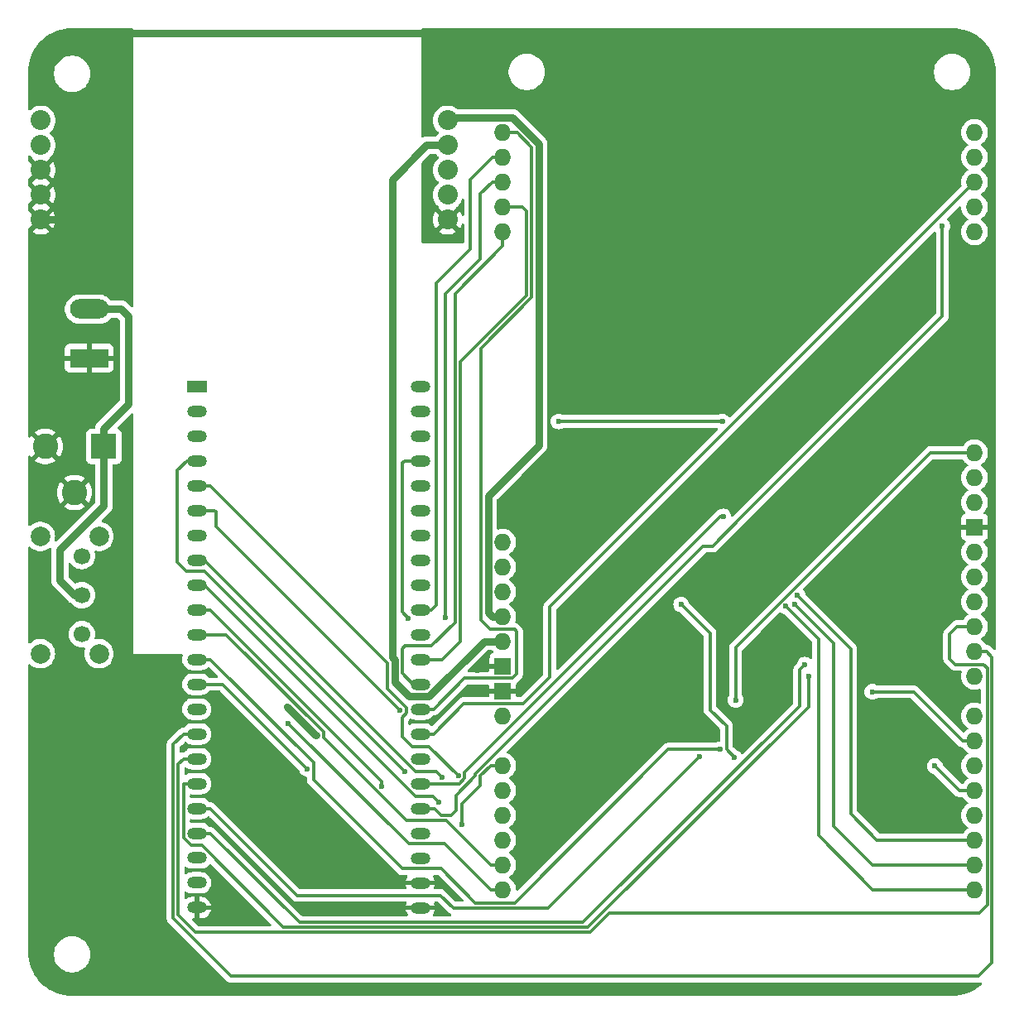
<source format=gbl>
%TF.GenerationSoftware,KiCad,Pcbnew,8.0.0*%
%TF.CreationDate,2024-05-08T18:58:49-04:00*%
%TF.ProjectId,myBaseBoardDesign,6d794261-7365-4426-9f61-726444657369,rev?*%
%TF.SameCoordinates,Original*%
%TF.FileFunction,Copper,L2,Bot*%
%TF.FilePolarity,Positive*%
%FSLAX46Y46*%
G04 Gerber Fmt 4.6, Leading zero omitted, Abs format (unit mm)*
G04 Created by KiCad (PCBNEW 8.0.0) date 2024-05-08 18:58:49*
%MOMM*%
%LPD*%
G01*
G04 APERTURE LIST*
%TA.AperFunction,ComponentPad*%
%ADD10O,1.727200X1.727200*%
%TD*%
%TA.AperFunction,ComponentPad*%
%ADD11R,1.727200X1.727200*%
%TD*%
%TA.AperFunction,ComponentPad*%
%ADD12C,2.032000*%
%TD*%
%TA.AperFunction,ComponentPad*%
%ADD13R,3.960000X1.980000*%
%TD*%
%TA.AperFunction,ComponentPad*%
%ADD14O,3.960000X1.980000*%
%TD*%
%TA.AperFunction,ComponentPad*%
%ADD15C,2.000000*%
%TD*%
%TA.AperFunction,ComponentPad*%
%ADD16C,1.700000*%
%TD*%
%TA.AperFunction,ComponentPad*%
%ADD17R,2.000000X1.200000*%
%TD*%
%TA.AperFunction,ComponentPad*%
%ADD18O,2.000000X1.200000*%
%TD*%
%TA.AperFunction,ComponentPad*%
%ADD19R,2.600000X2.600000*%
%TD*%
%TA.AperFunction,ComponentPad*%
%ADD20C,2.600000*%
%TD*%
%TA.AperFunction,ViaPad*%
%ADD21C,0.700000*%
%TD*%
%TA.AperFunction,ViaPad*%
%ADD22C,0.600000*%
%TD*%
%TA.AperFunction,Conductor*%
%ADD23C,0.762000*%
%TD*%
%TA.AperFunction,Conductor*%
%ADD24C,0.304800*%
%TD*%
G04 APERTURE END LIST*
D10*
%TO.P,J1,0,GP0*%
%TO.N,GP0*%
X121790000Y-61680000D03*
%TO.P,J1,1,GP1*%
%TO.N,GP1*%
X121790000Y-139150000D03*
%TO.P,J1,2,GP2*%
%TO.N,GP2*%
X170050000Y-134070000D03*
%TO.P,J1,3,GP3*%
%TO.N,GP3*%
X170050000Y-131530000D03*
%TO.P,J1,4,GP4*%
%TO.N,GP4*%
X170050000Y-128990000D03*
%TO.P,J1,5,GP5*%
%TO.N,GP5*%
X170050000Y-126450000D03*
%TO.P,J1,6,GP6*%
%TO.N,GP6*%
X170050000Y-123910000D03*
%TO.P,J1,7,GP7*%
%TO.N,GP7*%
X170050000Y-121370000D03*
%TO.P,J1,8,GP8*%
%TO.N,GP8*%
X170050000Y-117306000D03*
%TO.P,J1,9,GP9*%
%TO.N,GP9*%
X170050000Y-114766000D03*
%TO.P,J1,10,GP10*%
%TO.N,GP10*%
X170050000Y-112226000D03*
%TO.P,J1,11,GP11*%
%TO.N,GP11*%
X170050000Y-109686000D03*
%TO.P,J1,12,GP12*%
%TO.N,GP12*%
X170050000Y-107146000D03*
%TO.P,J1,13,GP13*%
%TO.N,GP13*%
X170050000Y-104606000D03*
%TO.P,J1,14,GP14*%
%TO.N,GP14*%
X121790000Y-126450000D03*
%TO.P,J1,15,GP15*%
%TO.N,GP15*%
X121790000Y-128990000D03*
%TO.P,J1,16,GP16*%
%TO.N,GP16*%
X121790000Y-131530000D03*
%TO.P,J1,17,GP17*%
%TO.N,GP17*%
X121790000Y-134070000D03*
%TO.P,J1,18,GP18*%
%TO.N,GP18*%
X121790000Y-136610000D03*
%TO.P,J1,21,GP21*%
%TO.N,GP21*%
X170050000Y-69300000D03*
%TO.P,J1,22,VIN*%
%TO.N,VIN*%
X121790000Y-121370000D03*
D11*
%TO.P,J1,23,GND*%
%TO.N,GND*%
X121790000Y-118830000D03*
%TO.P,J1,24,GND*%
X121790000Y-116290000D03*
D10*
%TO.P,J1,25,+5V*%
%TO.N,+5V*%
X121790000Y-113750000D03*
%TO.P,J1,26,+3V3*%
%TO.N,+3V3*%
X121790000Y-111210000D03*
%TO.P,J1,27,~{RST}*%
%TO.N,~{RST}*%
X121790000Y-108670000D03*
%TO.P,J1,28,IOREF*%
%TO.N,unconnected-(J1-IOREF-Pad28)*%
X121790000Y-106130000D03*
%TO.P,J1,29,NC*%
%TO.N,unconnected-(J1-NC-Pad29)*%
X121790000Y-103590000D03*
D11*
%TO.P,J1,30,GND*%
%TO.N,GND*%
X170050000Y-102066000D03*
D10*
%TO.P,J1,32,+3V3*%
%TO.N,+3V3*%
X170050000Y-99526000D03*
%TO.P,J1,35,GP35*%
%TO.N,GP35*%
X121790000Y-71840000D03*
%TO.P,J1,36,GP36*%
%TO.N,GP36*%
X121790000Y-69300000D03*
%TO.P,J1,37,GP37*%
%TO.N,GP37*%
X121790000Y-66760000D03*
%TO.P,J1,38,GP38*%
%TO.N,GP38*%
X121790000Y-64220000D03*
%TO.P,J1,39,GP39*%
%TO.N,GP39*%
X170050000Y-64220000D03*
%TO.P,J1,40,TX_GP40*%
%TO.N,GP40*%
X170050000Y-139150000D03*
%TO.P,J1,41,RX_GP41*%
%TO.N,GP41*%
X170050000Y-136610000D03*
%TO.P,J1,42,GP42*%
%TO.N,GP42*%
X170050000Y-61680000D03*
%TO.P,J1,45,GP45*%
%TO.N,GP45*%
X170050000Y-66760000D03*
%TO.P,J1,46,GP46*%
%TO.N,GP46*%
X170050000Y-71840000D03*
%TO.P,J1,47,SDA_GP47*%
%TO.N,GP47*%
X170050000Y-96986000D03*
%TO.P,J1,48,SCL_GP48*%
%TO.N,GP48*%
X170050000Y-94446000D03*
D12*
%TO.P,J1,53,VIN*%
%TO.N,VIN*%
X74550000Y-60460000D03*
%TO.P,J1,54,VIN*%
X74550000Y-63000000D03*
%TO.P,J1,55,GND*%
%TO.N,GND*%
X74550000Y-65540000D03*
%TO.P,J1,56,GND*%
X74550000Y-68080000D03*
%TO.P,J1,57,GND*%
X74550000Y-70620000D03*
%TO.P,J1,58,GND*%
X116165000Y-70620000D03*
%TO.P,J1,59,VOUT2*%
%TO.N,unconnected-(J1-VOUT2-Pad59)*%
X116165000Y-68080000D03*
%TO.P,J1,60,VOUT1*%
%TO.N,unconnected-(J1-VOUT1-Pad60)*%
X116165000Y-65540000D03*
%TO.P,J1,61,+5V*%
%TO.N,+5V*%
X116165000Y-63000000D03*
%TO.P,J1,62,+3V3*%
%TO.N,+3V3*%
X116165000Y-60460000D03*
%TD*%
D13*
%TO.P,J4,1,Pin_1*%
%TO.N,GND*%
X79500000Y-84765000D03*
D14*
%TO.P,J4,2,Pin_2*%
%TO.N,/PWRA*%
X79500000Y-79765000D03*
%TD*%
D15*
%TO.P,SW1,*%
%TO.N,*%
X80500000Y-103000000D03*
X74500000Y-103000000D03*
X80500000Y-115000000D03*
X74500000Y-115000000D03*
D16*
%TO.P,SW1,1,A*%
%TO.N,/PWRB*%
X78750000Y-105000000D03*
%TO.P,SW1,2,B*%
%TO.N,/PWRA*%
X78750000Y-109000000D03*
%TO.P,SW1,3,C*%
%TO.N,unconnected-(SW1-C-Pad3)*%
X78750000Y-113000000D03*
%TD*%
D17*
%TO.P,U1,1,3V3*%
%TO.N,unconnected-(U1-3V3-Pad1)*%
X90500000Y-87640000D03*
D18*
%TO.P,U1,2,3V3*%
%TO.N,unconnected-(U1-3V3-Pad1)_0*%
X90500000Y-90180000D03*
%TO.P,U1,3,CHIP_PU*%
%TO.N,~{RST}*%
X90500000Y-92720000D03*
%TO.P,U1,4,GPIO4/ADC1_CH3*%
%TO.N,GP4*%
X90500000Y-95260000D03*
%TO.P,U1,5,GPIO5/ADC1_CH4*%
%TO.N,GP5*%
X90500000Y-97800000D03*
%TO.P,U1,6,GPIO6/ADC1_CH5*%
%TO.N,GP6*%
X90500000Y-100340000D03*
%TO.P,U1,7,GPIO7/ADC1_CH6*%
%TO.N,GP7*%
X90500000Y-102880000D03*
%TO.P,U1,8,GPIO15/ADC2_CH4/32K_P*%
%TO.N,GP15*%
X90500000Y-105420000D03*
%TO.P,U1,9,GPIO16/ADC2_CH5/32K_N*%
%TO.N,GP16*%
X90500000Y-107960000D03*
%TO.P,U1,10,GPIO17/ADC2_CH6*%
%TO.N,GP17*%
X90500000Y-110500000D03*
%TO.P,U1,11,GPIO18/ADC2_CH7*%
%TO.N,GP18*%
X90500000Y-113040000D03*
%TO.P,U1,12,GPIO8/ADC1_CH7*%
%TO.N,GP8*%
X90500000Y-115580000D03*
%TO.P,U1,13,GPIO3/ADC1_CH2*%
%TO.N,GP3*%
X90500000Y-118120000D03*
%TO.P,U1,14,GPIO46*%
%TO.N,GP46*%
X90500000Y-120660000D03*
%TO.P,U1,15,GPIO9/ADC1_CH8*%
%TO.N,GP9*%
X90500000Y-123200000D03*
%TO.P,U1,16,GPIO10/ADC1_CH9*%
%TO.N,GP10*%
X90500000Y-125740000D03*
%TO.P,U1,17,GPIO11/ADC2_CH0*%
%TO.N,GP11*%
X90500000Y-128280000D03*
%TO.P,U1,18,GPIO12/ADC2_CH1*%
%TO.N,GP12*%
X90500000Y-130820000D03*
%TO.P,U1,19,GPIO13/ADC2_CH2*%
%TO.N,GP13*%
X90500000Y-133360000D03*
%TO.P,U1,20,GPIO14/ADC2_CH3*%
%TO.N,GP14*%
X90496320Y-135897280D03*
%TO.P,U1,21,5V*%
%TO.N,+5V*%
X90496320Y-138437280D03*
%TO.P,U1,22,GND*%
%TO.N,GND*%
X90496320Y-140977280D03*
%TO.P,U1,23,GND*%
X113360000Y-140980000D03*
%TO.P,U1,24,GND*%
X113360000Y-138440000D03*
%TO.P,U1,25,GPIO19/USB_D-*%
%TO.N,unconnected-(U1-GPIO19{slash}USB_D--Pad25)*%
X113360000Y-135900000D03*
%TO.P,U1,26,GPIO20/USB_D+*%
%TO.N,unconnected-(U1-GPIO20{slash}USB_D+-Pad26)*%
X113360000Y-133360000D03*
%TO.P,U1,27,GPIO21*%
%TO.N,GP21*%
X113360000Y-130820000D03*
%TO.P,U1,28,GPIO47*%
%TO.N,GP47*%
X113360000Y-128280000D03*
%TO.P,U1,29,GPIO48*%
%TO.N,GP48*%
X113360000Y-125740000D03*
%TO.P,U1,30,GPIO45*%
%TO.N,GP45*%
X113360000Y-123200000D03*
%TO.P,U1,31,GPIO0*%
%TO.N,GP0*%
X113360000Y-120660000D03*
%TO.P,U1,32,GPIO35*%
%TO.N,GP35*%
X113360000Y-118120000D03*
%TO.P,U1,33,GPIO36*%
%TO.N,GP36*%
X113360000Y-115580000D03*
%TO.P,U1,34,GPIO37*%
%TO.N,GP37*%
X113360000Y-113040000D03*
%TO.P,U1,35,GPIO38*%
%TO.N,GP38*%
X113360000Y-110500000D03*
%TO.P,U1,36,GPIO39/MTCK*%
%TO.N,GP39*%
X113360000Y-107960000D03*
%TO.P,U1,37,GPIO40/MTDO*%
%TO.N,GP40*%
X113360000Y-105420000D03*
%TO.P,U1,38,GPIO41/MTDI*%
%TO.N,GP41*%
X113360000Y-102880000D03*
%TO.P,U1,39,GPIO42/MTMS*%
%TO.N,GP42*%
X113360000Y-100340000D03*
%TO.P,U1,40,GPIO2/ADC1_CH1*%
%TO.N,GP2*%
X113360000Y-97800000D03*
%TO.P,U1,41,GPIO1/ADC1_CH0*%
%TO.N,GP1*%
X113360000Y-95260000D03*
%TO.P,U1,42,GPIO44/U0RXD*%
%TO.N,unconnected-(U1-GPIO44{slash}U0RXD-Pad42)*%
X113360000Y-92720000D03*
%TO.P,U1,43,GPIO43/U0TXD*%
%TO.N,unconnected-(U1-GPIO43{slash}U0TXD-Pad43)*%
X113360000Y-90180000D03*
%TO.P,U1,44,GND*%
%TO.N,GND*%
X113360000Y-87640000D03*
%TD*%
D19*
%TO.P,J2,1*%
%TO.N,/PWRA*%
X81000000Y-93800000D03*
D20*
%TO.P,J2,2*%
%TO.N,GND*%
X75000000Y-93800000D03*
%TO.P,J2,3*%
X78000000Y-98500000D03*
%TD*%
D21*
%TO.N,VIN*%
X102731800Y-123316900D03*
X99749500Y-120453600D03*
D22*
%TO.N,GND*%
X90500000Y-149000000D03*
X150000000Y-70000000D03*
X160000000Y-65000000D03*
X76000000Y-141750000D03*
X145000000Y-60000000D03*
X79000000Y-117000000D03*
X83000000Y-147000000D03*
X123750000Y-136500000D03*
X160000000Y-60000000D03*
X155000000Y-90000000D03*
X140000000Y-116000000D03*
X140000000Y-89000000D03*
X129000000Y-131750000D03*
X85000000Y-145000000D03*
X81000000Y-143000000D03*
X116000000Y-55250000D03*
X134000000Y-116000000D03*
X89000000Y-145000000D03*
X150000000Y-60000000D03*
X75500000Y-90000000D03*
X140000000Y-70000000D03*
X130000000Y-75000000D03*
X110000000Y-137000000D03*
X137500000Y-86000000D03*
X74000000Y-143000000D03*
X82169000Y-129413000D03*
X171000000Y-86000000D03*
X171000000Y-83500000D03*
X89000000Y-149000000D03*
X116500000Y-139500000D03*
X144250000Y-115750000D03*
X160000000Y-85000000D03*
X127800000Y-112600000D03*
X108000000Y-138500000D03*
X135000000Y-70000000D03*
X89000000Y-147000000D03*
X140000000Y-55000000D03*
X123600000Y-118400000D03*
X102600000Y-141000000D03*
X171000000Y-78000000D03*
X103000000Y-149000000D03*
X102000000Y-138500000D03*
X145000000Y-55000000D03*
X130000000Y-65000000D03*
X124400000Y-117200000D03*
X105800000Y-141000000D03*
X76500000Y-129250000D03*
X135000000Y-65000000D03*
X84328000Y-133731000D03*
X164750000Y-132000000D03*
X120250000Y-115250000D03*
X130000000Y-55000000D03*
X83000000Y-143000000D03*
X150000000Y-95000000D03*
X87000000Y-147000000D03*
X75500000Y-79500000D03*
X120000000Y-118800000D03*
X139500000Y-86000000D03*
X79500000Y-74000000D03*
X130000000Y-80000000D03*
X167500000Y-88500000D03*
X118000000Y-149000000D03*
X130000000Y-92500000D03*
X155000000Y-60000000D03*
X155000000Y-75000000D03*
X85000000Y-147000000D03*
X124000000Y-132000000D03*
X80500000Y-133500000D03*
X77000000Y-137750000D03*
X132500000Y-86000000D03*
X164000000Y-93000000D03*
D21*
X116000000Y-51500000D03*
D22*
X164500000Y-123500000D03*
X165000000Y-80000000D03*
X135000000Y-86000000D03*
X142000000Y-149000000D03*
X85000000Y-149000000D03*
X162000000Y-109000000D03*
X82800000Y-113400000D03*
X140000000Y-60000000D03*
X80500000Y-137750000D03*
X79200000Y-128800000D03*
X160000000Y-70000000D03*
X130000000Y-70000000D03*
X127750000Y-115000000D03*
X129500000Y-113000000D03*
X155000000Y-55000000D03*
X85217000Y-137795000D03*
X145000000Y-113000000D03*
X87000000Y-145000000D03*
X135000000Y-80000000D03*
X145000000Y-75000000D03*
X130000000Y-60000000D03*
X118600000Y-118800000D03*
X145600000Y-98800000D03*
X155000000Y-70000000D03*
X115400000Y-141400000D03*
X119250000Y-116750000D03*
X158000000Y-93000000D03*
X93000000Y-124000000D03*
X75500000Y-109500000D03*
X87000000Y-143000000D03*
X171000000Y-80500000D03*
X150000000Y-65000000D03*
X130000000Y-89000000D03*
X83000000Y-149000000D03*
X140000000Y-75000000D03*
X148000000Y-116000000D03*
X135000000Y-60000000D03*
X158000000Y-98500000D03*
X160000000Y-55000000D03*
X171000000Y-75500000D03*
X97000000Y-124000000D03*
X76500000Y-74000000D03*
X79000000Y-141500000D03*
X145000000Y-65000000D03*
X108200000Y-141000000D03*
X140000000Y-80000000D03*
X97000000Y-142400000D03*
X169000000Y-119500000D03*
X93600000Y-142400000D03*
X75500000Y-101000000D03*
X94400000Y-139800000D03*
X75500000Y-112500000D03*
X145000000Y-80000000D03*
X152000000Y-98500000D03*
X135000000Y-92500000D03*
X129000000Y-86000000D03*
X85000000Y-143000000D03*
X151000000Y-116000000D03*
X75500000Y-84500000D03*
X73750000Y-125000000D03*
X150000000Y-55000000D03*
X135000000Y-55000000D03*
X115400000Y-138400000D03*
X93000000Y-149000000D03*
X87000000Y-149000000D03*
X167500000Y-103500000D03*
X135000000Y-75000000D03*
X83000000Y-145000000D03*
X135000000Y-89000000D03*
X150000000Y-75000000D03*
X158000000Y-113000000D03*
X161750000Y-132000000D03*
X81000000Y-149000000D03*
X150000000Y-80000000D03*
X125000000Y-115000000D03*
X155000000Y-65000000D03*
X163000000Y-149000000D03*
X163500000Y-107500000D03*
X140000000Y-65000000D03*
X129000000Y-149000000D03*
X145000000Y-70000000D03*
%TO.N,GP6*%
X111301300Y-120809600D03*
X159593300Y-118894400D03*
%TO.N,GP3*%
X101767400Y-126770400D03*
%TO.N,GP17*%
X109412700Y-128572800D03*
%TO.N,GP8*%
X144000000Y-124781400D03*
%TO.N,GP48*%
X145617900Y-119735000D03*
%TO.N,GP40*%
X150733900Y-110158300D03*
%TO.N,GP14*%
X117633400Y-132460800D03*
%TO.N,GP37*%
X115905200Y-111303200D03*
%TO.N,GP7*%
X145500000Y-125624100D03*
X140038250Y-109961750D03*
%TO.N,GP46*%
X144250000Y-91250000D03*
X127500000Y-91250000D03*
%TO.N,GP12*%
X141959500Y-125500000D03*
%TO.N,GP4*%
X111809600Y-127092800D03*
X166000000Y-126500000D03*
%TO.N,GP16*%
X115278950Y-130221050D03*
%TO.N,GP5*%
X117242600Y-127478700D03*
%TO.N,GP1*%
X112133000Y-111369100D03*
X99832800Y-122104000D03*
%TO.N,GP41*%
X151688700Y-109947100D03*
%TO.N,GP21*%
X166750000Y-71250000D03*
%TO.N,GP11*%
X153057000Y-117307100D03*
%TO.N,GP13*%
X152703100Y-116120900D03*
%TO.N,GP15*%
X115572800Y-127610800D03*
%TO.N,GP2*%
X151928700Y-109047600D03*
%TO.N,GP47*%
X144361300Y-100960900D03*
%TD*%
D23*
%TO.N,VIN*%
X102612800Y-123316900D02*
X102731800Y-123316900D01*
X99749500Y-120453600D02*
X102612800Y-123316900D01*
%TO.N,GND*%
X81500000Y-52500000D02*
X81500000Y-58000000D01*
X116000000Y-51500000D02*
X82500000Y-51500000D01*
X82500000Y-51500000D02*
X81500000Y-52500000D01*
X81500000Y-58000000D02*
X79000000Y-60500000D01*
X77380000Y-70620000D02*
X74550000Y-70620000D01*
X79000000Y-60500000D02*
X79000000Y-69000000D01*
X79000000Y-69000000D02*
X77380000Y-70620000D01*
D24*
%TO.N,GP6*%
X163816800Y-118894500D02*
X159593300Y-118894500D01*
X92500000Y-100500000D02*
X92500000Y-102008300D01*
X90500000Y-100340000D02*
X92340000Y-100340000D01*
X159593300Y-118894500D02*
X159593300Y-118894400D01*
X168832300Y-123910000D02*
X163816800Y-118894500D01*
X92340000Y-100340000D02*
X92500000Y-100500000D01*
X92500000Y-102008300D02*
X111301300Y-120809600D01*
X170050000Y-123910000D02*
X168832300Y-123910000D01*
%TO.N,GP3*%
X101767400Y-126770400D02*
X93117000Y-118120000D01*
X93117000Y-118120000D02*
X91854100Y-118120000D01*
X90500000Y-118120000D02*
X91854100Y-118120000D01*
%TO.N,GP36*%
X113360000Y-115580000D02*
X115567050Y-115580000D01*
X117424700Y-85167700D02*
X124261800Y-78330600D01*
X124261800Y-78330600D02*
X124261800Y-69761800D01*
X123800000Y-69300000D02*
X121790000Y-69300000D01*
X115567050Y-115580000D02*
X117424700Y-113722350D01*
X117424700Y-113722350D02*
X117424700Y-85167700D01*
X124261800Y-69761800D02*
X123800000Y-69300000D01*
D23*
%TO.N,+3V3*%
X125500000Y-93677000D02*
X120311900Y-98865100D01*
X120311900Y-98865100D02*
X120311900Y-110811900D01*
X120710000Y-111210000D02*
X121790000Y-111210000D01*
X120311900Y-110811900D02*
X120710000Y-111210000D01*
X125500000Y-62891600D02*
X125500000Y-93677000D01*
X116448300Y-60176700D02*
X122785100Y-60176700D01*
X116165000Y-60460000D02*
X116448300Y-60176700D01*
X122785100Y-60176700D02*
X125500000Y-62891600D01*
D24*
%TO.N,GP17*%
X91854100Y-110500000D02*
X109412700Y-128058600D01*
X109412700Y-128058600D02*
X109412700Y-128572800D01*
X90500000Y-110500000D02*
X91854100Y-110500000D01*
%TO.N,GP8*%
X115509000Y-137000000D02*
X111500000Y-137000000D01*
X111500000Y-137000000D02*
X102421500Y-127921500D01*
X144000000Y-124781400D02*
X138718600Y-124781400D01*
X138718600Y-124781400D02*
X123004800Y-140495200D01*
X91854100Y-115580000D02*
X90500000Y-115580000D01*
X102421500Y-126147400D02*
X91854100Y-115580000D01*
X102421500Y-127921500D02*
X102421500Y-126147400D01*
X123004800Y-140495200D02*
X119004200Y-140495200D01*
X119004200Y-140495200D02*
X115509000Y-137000000D01*
%TO.N,GP48*%
X170050000Y-94446000D02*
X165521300Y-94446000D01*
X165521300Y-94446000D02*
X145617900Y-114349400D01*
X145617900Y-114349400D02*
X145617900Y-119735000D01*
%TO.N,GP18*%
X90500000Y-113040000D02*
X91854100Y-113040000D01*
X93494500Y-113040000D02*
X103466900Y-123012400D01*
X116033600Y-132071300D02*
X120572300Y-136610000D01*
X111960200Y-132071300D02*
X116033600Y-132071300D01*
X103466900Y-123578000D02*
X111960200Y-132071300D01*
X121790000Y-136610000D02*
X120572300Y-136610000D01*
X91854100Y-113040000D02*
X93494500Y-113040000D01*
X103466900Y-123012400D02*
X103466900Y-123578000D01*
%TO.N,GP40*%
X154093400Y-133593400D02*
X159650000Y-139150000D01*
X150733900Y-110158300D02*
X154093400Y-113517800D01*
X159650000Y-139150000D02*
X170050000Y-139150000D01*
X154093400Y-113517800D02*
X154093400Y-133593400D01*
%TO.N,GP9*%
X170436200Y-148000000D02*
X171847100Y-146589100D01*
X94000000Y-148000000D02*
X170436200Y-148000000D01*
X171847100Y-146589100D02*
X171847100Y-115341786D01*
X89145900Y-123200000D02*
X88079600Y-124266300D01*
X88079600Y-124266300D02*
X88079600Y-142079600D01*
X88079600Y-142079600D02*
X94000000Y-148000000D01*
X90500000Y-123200000D02*
X89145900Y-123200000D01*
X169408000Y-114766000D02*
X170050000Y-114766000D01*
X171271314Y-114766000D02*
X170050000Y-114766000D01*
X171847100Y-115341786D02*
X171271314Y-114766000D01*
%TO.N,GP14*%
X117633400Y-130366600D02*
X117633400Y-132460800D01*
X120550000Y-126450000D02*
X119500000Y-127500000D01*
X121790000Y-126450000D02*
X120550000Y-126450000D01*
X119500000Y-127500000D02*
X119500000Y-128500000D01*
X119500000Y-128500000D02*
X117633400Y-130366600D01*
%TO.N,GP37*%
X119506700Y-74627000D02*
X115905200Y-78228500D01*
X119506700Y-67993300D02*
X119506700Y-74627000D01*
X115905200Y-78228500D02*
X115905200Y-111303200D01*
X120740000Y-66760000D02*
X119506700Y-67993300D01*
X121790000Y-66760000D02*
X120740000Y-66760000D01*
D23*
%TO.N,+5V*%
X119868500Y-113750000D02*
X114270800Y-119347700D01*
X110500000Y-66500000D02*
X114000000Y-63000000D01*
X121790000Y-113750000D02*
X119868500Y-113750000D01*
X110500000Y-115408716D02*
X110500000Y-66500000D01*
X110734200Y-115642916D02*
X110500000Y-115408716D01*
X114000000Y-63000000D02*
X116165000Y-63000000D01*
X112167300Y-119347700D02*
X110734200Y-117914600D01*
X110734200Y-117914600D02*
X110734200Y-115642916D01*
X114270800Y-119347700D02*
X112167300Y-119347700D01*
D24*
%TO.N,GP10*%
X88588400Y-126297500D02*
X88588400Y-141735950D01*
X132713895Y-141500000D02*
X170500000Y-141500000D01*
X170500000Y-141500000D02*
X171342300Y-140657700D01*
X168274000Y-112226000D02*
X170050000Y-112226000D01*
X123420579Y-143497600D02*
X125079421Y-143497600D01*
X171342300Y-140657700D02*
X171342300Y-116500000D01*
X125081821Y-143500000D02*
X130713895Y-143500000D01*
X168090000Y-116090000D02*
X167500000Y-115500000D01*
X89145900Y-125740000D02*
X88588400Y-126297500D01*
X167500000Y-115500000D02*
X167500000Y-113000000D01*
X130713895Y-143500000D02*
X132713895Y-141500000D01*
X125079421Y-143497600D02*
X125081821Y-143500000D01*
X167500000Y-113000000D02*
X168274000Y-112226000D01*
X171342300Y-116500000D02*
X170932300Y-116090000D01*
X90500000Y-125740000D02*
X89145900Y-125740000D01*
X88588400Y-141735950D02*
X90352450Y-143500000D01*
X170932300Y-116090000D02*
X168090000Y-116090000D01*
X123418179Y-143500000D02*
X123420579Y-143497600D01*
X90352450Y-143500000D02*
X123418179Y-143500000D01*
%TO.N,GP7*%
X144678500Y-124802600D02*
X144678500Y-122428500D01*
X145500000Y-125624100D02*
X144678500Y-124802600D01*
X143000000Y-120750000D02*
X143000000Y-112923500D01*
X144678500Y-122428500D02*
X143000000Y-120750000D01*
X143000000Y-112923500D02*
X140038250Y-109961750D01*
%TO.N,GP45*%
X114714100Y-123200000D02*
X117814100Y-120100000D01*
X113360000Y-123200000D02*
X114714100Y-123200000D01*
X123900000Y-120100000D02*
X126600000Y-117400000D01*
X126600000Y-117400000D02*
X126600000Y-110210000D01*
X126600000Y-110210000D02*
X170050000Y-66760000D01*
X117814100Y-120100000D02*
X123900000Y-120100000D01*
%TO.N,GP46*%
X144250000Y-91250000D02*
X127500000Y-91250000D01*
%TO.N,GP12*%
X126459500Y-141000000D02*
X116740500Y-141000000D01*
X100744100Y-139710000D02*
X91854100Y-130820000D01*
X91854100Y-130820000D02*
X90500000Y-130820000D01*
X115450500Y-139710000D02*
X100744100Y-139710000D01*
X141959500Y-125500000D02*
X126459500Y-141000000D01*
X116740500Y-141000000D02*
X115450500Y-139710000D01*
%TO.N,GP4*%
X91246200Y-106529400D02*
X111809600Y-127092800D01*
X168510000Y-128990000D02*
X170050000Y-128990000D01*
X89430250Y-106529400D02*
X91246200Y-106529400D01*
X89490000Y-95260000D02*
X88500000Y-96250000D01*
X90500000Y-95260000D02*
X89490000Y-95260000D01*
X168500000Y-129000000D02*
X168510000Y-128990000D01*
X166000000Y-126500000D02*
X168500000Y-129000000D01*
X88500000Y-96250000D02*
X88500000Y-105599150D01*
X88500000Y-105599150D02*
X89430250Y-106529400D01*
%TO.N,GP35*%
X116918200Y-111781800D02*
X114500000Y-114200000D01*
X121790000Y-71840000D02*
X121790000Y-73315600D01*
X111500000Y-114500000D02*
X111500000Y-117000000D01*
X112620000Y-118120000D02*
X113360000Y-118120000D01*
X114500000Y-114200000D02*
X111800000Y-114200000D01*
X111500000Y-117000000D02*
X112620000Y-118120000D01*
X121790000Y-73315600D02*
X116918200Y-78187400D01*
X116918200Y-78187400D02*
X116918200Y-111781800D01*
X111800000Y-114200000D02*
X111500000Y-114500000D01*
%TO.N,GP16*%
X112871000Y-129569300D02*
X91261700Y-107960000D01*
X115278950Y-130221050D02*
X114627200Y-129569300D01*
X91261700Y-107960000D02*
X90500000Y-107960000D01*
X114627200Y-129569300D02*
X112871000Y-129569300D01*
%TO.N,GP5*%
X110000800Y-118584200D02*
X110000900Y-118584200D01*
X91854100Y-97800000D02*
X110000800Y-115946700D01*
X111953700Y-121079833D02*
X111500000Y-121533533D01*
X112500000Y-124500000D02*
X114263900Y-124500000D01*
X111500000Y-121533533D02*
X111500000Y-123500000D01*
X111953700Y-120537000D02*
X111953700Y-121079833D01*
X111500000Y-123500000D02*
X112500000Y-124500000D01*
X110000900Y-118584200D02*
X111953700Y-120537000D01*
X114263900Y-124500000D02*
X117242600Y-127478700D01*
X90500000Y-97800000D02*
X91854100Y-97800000D01*
X110000800Y-115946700D02*
X110000800Y-118584200D01*
%TO.N,GP1*%
X111740000Y-95260000D02*
X111500000Y-95500000D01*
X115864600Y-134442300D02*
X120572300Y-139150000D01*
X99832800Y-122104000D02*
X112171100Y-134442300D01*
X111500000Y-95500000D02*
X111500000Y-110736100D01*
X121790000Y-139150000D02*
X120572300Y-139150000D01*
X111500000Y-110736100D02*
X112133000Y-111369100D01*
X112171100Y-134442300D02*
X115864600Y-134442300D01*
X113360000Y-95260000D02*
X111740000Y-95260000D01*
%TO.N,GP0*%
X122800300Y-117507700D02*
X123204700Y-117103300D01*
X120500000Y-112500000D02*
X119544900Y-111544900D01*
X117866400Y-117507700D02*
X122800300Y-117507700D01*
X123204700Y-112704700D02*
X123000000Y-112500000D01*
X123000000Y-112500000D02*
X120500000Y-112500000D01*
X119544900Y-111544900D02*
X119544900Y-83763700D01*
X114714100Y-120660000D02*
X117866400Y-117507700D01*
X113360000Y-120660000D02*
X114714100Y-120660000D01*
X123204700Y-117103300D02*
X123204700Y-112704700D01*
X123251216Y-61680000D02*
X121790000Y-61680000D01*
X124766600Y-63195384D02*
X123251216Y-61680000D01*
X119544900Y-83763700D02*
X124766600Y-78542000D01*
X124766600Y-78542000D02*
X124766600Y-63195384D01*
%TO.N,GP38*%
X115000000Y-110000000D02*
X114500000Y-110500000D01*
X115000000Y-77140600D02*
X115000000Y-110000000D01*
X118500000Y-73640600D02*
X115000000Y-77140600D01*
X121790000Y-64220000D02*
X120780000Y-64220000D01*
X120780000Y-64220000D02*
X118500000Y-66500000D01*
X114500000Y-110500000D02*
X113360000Y-110500000D01*
X118500000Y-66500000D02*
X118500000Y-73640600D01*
%TO.N,GP41*%
X151688700Y-109947100D02*
X155671500Y-113929900D01*
X159610000Y-136610000D02*
X170050000Y-136610000D01*
X155671500Y-132671500D02*
X159610000Y-136610000D01*
X155671500Y-113929900D02*
X155671500Y-132671500D01*
%TO.N,GP21*%
X146250000Y-101000000D02*
X166750000Y-80500000D01*
X166750000Y-80500000D02*
X166750000Y-71250000D01*
X117000000Y-131000000D02*
X117000000Y-129500000D01*
X115500000Y-131500000D02*
X116500000Y-131500000D01*
X142286104Y-104000000D02*
X143250000Y-104000000D01*
X118995200Y-127504800D02*
X118995200Y-127290904D01*
X116500000Y-131500000D02*
X117000000Y-131000000D01*
X118995200Y-127290904D02*
X142286104Y-104000000D01*
X113360000Y-130820000D02*
X114820000Y-130820000D01*
X117000000Y-129500000D02*
X118995200Y-127504800D01*
X143250000Y-104000000D02*
X146250000Y-101000000D01*
X114820000Y-130820000D02*
X115500000Y-131500000D01*
%TO.N,GP11*%
X123209083Y-142995200D02*
X123211484Y-142992800D01*
X89145900Y-133852500D02*
X89922000Y-134628600D01*
X90994700Y-134628600D02*
X99361300Y-142995200D01*
X125288516Y-142992800D02*
X125290916Y-142995200D01*
X89922000Y-134628600D02*
X90994700Y-134628600D01*
X90500000Y-128280000D02*
X89145900Y-128280000D01*
X125290916Y-142995200D02*
X130504800Y-142995200D01*
X99361300Y-142995200D02*
X123209083Y-142995200D01*
X89145900Y-128280000D02*
X89145900Y-133852500D01*
X130504800Y-142995200D02*
X153057000Y-120443000D01*
X123211484Y-142992800D02*
X125288516Y-142992800D01*
X153057000Y-120443000D02*
X153057000Y-117307100D01*
%TO.N,GP13*%
X123002389Y-142488000D02*
X125497611Y-142488000D01*
X122999987Y-142490400D02*
X123002389Y-142488000D01*
X125497611Y-142488000D02*
X125500011Y-142490400D01*
X130009600Y-142490400D02*
X152169500Y-120330500D01*
X125500011Y-142490400D02*
X130009600Y-142490400D01*
X100984500Y-142490400D02*
X122999987Y-142490400D01*
X152169500Y-116654500D02*
X152703100Y-116120900D01*
X152169500Y-120330500D02*
X152169500Y-116654500D01*
X90500000Y-133360000D02*
X91854100Y-133360000D01*
X91854100Y-133360000D02*
X100984500Y-142490400D01*
%TO.N,GP15*%
X90500000Y-105420000D02*
X91269100Y-105420000D01*
X112859100Y-127010000D02*
X114972000Y-127010000D01*
X114972000Y-127010000D02*
X115572800Y-127610800D01*
X91269100Y-105420000D02*
X112859100Y-127010000D01*
%TO.N,GP2*%
X157379400Y-114498300D02*
X157379400Y-131379400D01*
X157379400Y-131379400D02*
X160070000Y-134070000D01*
X151928700Y-109047600D02*
X157379400Y-114498300D01*
X160070000Y-134070000D02*
X170050000Y-134070000D01*
%TO.N,GP47*%
X117363933Y-128280000D02*
X117895000Y-127748933D01*
X113360000Y-128280000D02*
X117363933Y-128280000D01*
X117895000Y-127748933D02*
X117895000Y-127105000D01*
X117895000Y-127105000D02*
X144039100Y-100960900D01*
X144039100Y-100960900D02*
X144361300Y-100960900D01*
D23*
%TO.N,/PWRA*%
X81000000Y-92000000D02*
X81000000Y-93800000D01*
X79500000Y-79765000D02*
X82765000Y-79765000D01*
X81000000Y-99888500D02*
X76500000Y-104388500D01*
X81000000Y-93800000D02*
X81000000Y-99888500D01*
X78000000Y-109000000D02*
X78750000Y-109000000D01*
X83500000Y-89500000D02*
X81000000Y-92000000D01*
X82765000Y-79765000D02*
X83500000Y-80500000D01*
X76500000Y-107500000D02*
X78000000Y-109000000D01*
X76500000Y-104388500D02*
X76500000Y-107500000D01*
X83500000Y-80500000D02*
X83500000Y-89500000D01*
%TD*%
%TA.AperFunction,Conductor*%
%TO.N,GND*%
G36*
X83919334Y-90429809D02*
G01*
X83975267Y-90471681D01*
X83999684Y-90537145D01*
X84000000Y-90545991D01*
X84000000Y-115000000D01*
X88960649Y-115000000D01*
X89027688Y-115019685D01*
X89073443Y-115072489D01*
X89083387Y-115141647D01*
X89078582Y-115162308D01*
X89026598Y-115322299D01*
X88999500Y-115493389D01*
X88999500Y-115666611D01*
X89026598Y-115837701D01*
X89080127Y-116002445D01*
X89158768Y-116156788D01*
X89260586Y-116296928D01*
X89383072Y-116419414D01*
X89523212Y-116521232D01*
X89677555Y-116599873D01*
X89842299Y-116653402D01*
X90013389Y-116680500D01*
X90013390Y-116680500D01*
X90986610Y-116680500D01*
X90986611Y-116680500D01*
X91157701Y-116653402D01*
X91322445Y-116599873D01*
X91476788Y-116521232D01*
X91616928Y-116419414D01*
X91616930Y-116419411D01*
X91620006Y-116417177D01*
X91685812Y-116393697D01*
X91753866Y-116409522D01*
X91780573Y-116429814D01*
X92606178Y-117255419D01*
X92639663Y-117316742D01*
X92634679Y-117386434D01*
X92592807Y-117442367D01*
X92527343Y-117466784D01*
X92518497Y-117467100D01*
X91849114Y-117467100D01*
X91782075Y-117447415D01*
X91748797Y-117415987D01*
X91739414Y-117403072D01*
X91616928Y-117280586D01*
X91476788Y-117178768D01*
X91322445Y-117100127D01*
X91157701Y-117046598D01*
X91157699Y-117046597D01*
X91157698Y-117046597D01*
X91026271Y-117025781D01*
X90986611Y-117019500D01*
X90013389Y-117019500D01*
X89973728Y-117025781D01*
X89842302Y-117046597D01*
X89677552Y-117100128D01*
X89523211Y-117178768D01*
X89443256Y-117236859D01*
X89383072Y-117280586D01*
X89383070Y-117280588D01*
X89383069Y-117280588D01*
X89260588Y-117403069D01*
X89260588Y-117403070D01*
X89260586Y-117403072D01*
X89228369Y-117447415D01*
X89158768Y-117543211D01*
X89080128Y-117697552D01*
X89026597Y-117862302D01*
X89015422Y-117932859D01*
X88999500Y-118033389D01*
X88999500Y-118206611D01*
X89026598Y-118377701D01*
X89080127Y-118542445D01*
X89158768Y-118696788D01*
X89260586Y-118836928D01*
X89383072Y-118959414D01*
X89523212Y-119061232D01*
X89677555Y-119139873D01*
X89842299Y-119193402D01*
X90013389Y-119220500D01*
X90013390Y-119220500D01*
X90986610Y-119220500D01*
X90986611Y-119220500D01*
X91157701Y-119193402D01*
X91322445Y-119139873D01*
X91476788Y-119061232D01*
X91616928Y-118959414D01*
X91739414Y-118836928D01*
X91748797Y-118824013D01*
X91804126Y-118781349D01*
X91849114Y-118772900D01*
X92795197Y-118772900D01*
X92862236Y-118792585D01*
X92882878Y-118809219D01*
X100946108Y-126872449D01*
X100979593Y-126933772D01*
X100981647Y-126946244D01*
X100982030Y-126949649D01*
X101041610Y-127119921D01*
X101096073Y-127206598D01*
X101137584Y-127272662D01*
X101265138Y-127400216D01*
X101417878Y-127496189D01*
X101588145Y-127555768D01*
X101588150Y-127555769D01*
X101658482Y-127563693D01*
X101722896Y-127590759D01*
X101762452Y-127648353D01*
X101768600Y-127686913D01*
X101768600Y-127985807D01*
X101782820Y-128057292D01*
X101782820Y-128057293D01*
X101793689Y-128111936D01*
X101793691Y-128111944D01*
X101842907Y-128230762D01*
X101914362Y-128337704D01*
X101914363Y-128337705D01*
X111083795Y-137507136D01*
X111083798Y-137507139D01*
X111083801Y-137507141D01*
X111190736Y-137578592D01*
X111309556Y-137627809D01*
X111309560Y-137627809D01*
X111309561Y-137627810D01*
X111435692Y-137652900D01*
X111435695Y-137652900D01*
X111928824Y-137652900D01*
X111995863Y-137672585D01*
X112041618Y-137725389D01*
X112051562Y-137794547D01*
X112029141Y-137849787D01*
X112019196Y-137863473D01*
X111940591Y-138017744D01*
X111887085Y-138182415D01*
X111885884Y-138189999D01*
X111885885Y-138190000D01*
X113044314Y-138190000D01*
X113039920Y-138194394D01*
X112987259Y-138285606D01*
X112960000Y-138387339D01*
X112960000Y-138492661D01*
X112987259Y-138594394D01*
X113039920Y-138685606D01*
X113044314Y-138690000D01*
X111885885Y-138690000D01*
X111887085Y-138697584D01*
X111940590Y-138862254D01*
X111948004Y-138876803D01*
X111960901Y-138945472D01*
X111934626Y-139010213D01*
X111877521Y-139050471D01*
X111837520Y-139057100D01*
X101065902Y-139057100D01*
X100998863Y-139037415D01*
X100978221Y-139020781D01*
X92270305Y-130312863D01*
X92270304Y-130312862D01*
X92270300Y-130312859D01*
X92163364Y-130241408D01*
X92044544Y-130192191D01*
X92044538Y-130192189D01*
X91918407Y-130167100D01*
X91918405Y-130167100D01*
X91849114Y-130167100D01*
X91782075Y-130147415D01*
X91748797Y-130115987D01*
X91739414Y-130103072D01*
X91616928Y-129980586D01*
X91476788Y-129878768D01*
X91322445Y-129800127D01*
X91157701Y-129746598D01*
X91157699Y-129746597D01*
X91157698Y-129746597D01*
X91026271Y-129725781D01*
X90986611Y-129719500D01*
X90013389Y-129719500D01*
X89942195Y-129730775D01*
X89872903Y-129721820D01*
X89819452Y-129676823D01*
X89798813Y-129610072D01*
X89798800Y-129608302D01*
X89798800Y-129491697D01*
X89818485Y-129424658D01*
X89871289Y-129378903D01*
X89940447Y-129368959D01*
X89942133Y-129369214D01*
X90013389Y-129380500D01*
X90013390Y-129380500D01*
X90986610Y-129380500D01*
X90986611Y-129380500D01*
X91157701Y-129353402D01*
X91322445Y-129299873D01*
X91476788Y-129221232D01*
X91616928Y-129119414D01*
X91739414Y-128996928D01*
X91841232Y-128856788D01*
X91919873Y-128702445D01*
X91973402Y-128537701D01*
X92000500Y-128366611D01*
X92000500Y-128193389D01*
X91973402Y-128022299D01*
X91919873Y-127857555D01*
X91841232Y-127703212D01*
X91739414Y-127563072D01*
X91616928Y-127440586D01*
X91476788Y-127338768D01*
X91322445Y-127260127D01*
X91157701Y-127206598D01*
X91157699Y-127206597D01*
X91157698Y-127206597D01*
X91026271Y-127185781D01*
X90986611Y-127179500D01*
X90013389Y-127179500D01*
X89973728Y-127185781D01*
X89842302Y-127206597D01*
X89677552Y-127260128D01*
X89523208Y-127338770D01*
X89438185Y-127400543D01*
X89372379Y-127424023D01*
X89304325Y-127408197D01*
X89255630Y-127358092D01*
X89241300Y-127300225D01*
X89241300Y-126719774D01*
X89260985Y-126652735D01*
X89313789Y-126606980D01*
X89382947Y-126597036D01*
X89438183Y-126619454D01*
X89523212Y-126681232D01*
X89677555Y-126759873D01*
X89842299Y-126813402D01*
X90013389Y-126840500D01*
X90013390Y-126840500D01*
X90986610Y-126840500D01*
X90986611Y-126840500D01*
X91157701Y-126813402D01*
X91322445Y-126759873D01*
X91476788Y-126681232D01*
X91616928Y-126579414D01*
X91739414Y-126456928D01*
X91841232Y-126316788D01*
X91919873Y-126162445D01*
X91973402Y-125997701D01*
X92000500Y-125826611D01*
X92000500Y-125653389D01*
X91973402Y-125482299D01*
X91919873Y-125317555D01*
X91841232Y-125163212D01*
X91739414Y-125023072D01*
X91616928Y-124900586D01*
X91476788Y-124798768D01*
X91322445Y-124720127D01*
X91157701Y-124666598D01*
X91157699Y-124666597D01*
X91157698Y-124666597D01*
X91026271Y-124645781D01*
X90986611Y-124639500D01*
X90013389Y-124639500D01*
X89973728Y-124645781D01*
X89842302Y-124666597D01*
X89677552Y-124720128D01*
X89523211Y-124798768D01*
X89468208Y-124838731D01*
X89383072Y-124900586D01*
X89383070Y-124900588D01*
X89383069Y-124900588D01*
X89260588Y-125023069D01*
X89260588Y-125023070D01*
X89260586Y-125023072D01*
X89251202Y-125035986D01*
X89195874Y-125078651D01*
X89150886Y-125087100D01*
X89081592Y-125087100D01*
X88957108Y-125111861D01*
X88957109Y-125111862D01*
X88955461Y-125112189D01*
X88955449Y-125112193D01*
X88903952Y-125133524D01*
X88834483Y-125140993D01*
X88772004Y-125109717D01*
X88736352Y-125049628D01*
X88732500Y-125018963D01*
X88732500Y-124588102D01*
X88752185Y-124521063D01*
X88768819Y-124500421D01*
X88968740Y-124300500D01*
X89219428Y-124049811D01*
X89280749Y-124016328D01*
X89350440Y-124021312D01*
X89379993Y-124037176D01*
X89383068Y-124039410D01*
X89383072Y-124039414D01*
X89523212Y-124141232D01*
X89677555Y-124219873D01*
X89842299Y-124273402D01*
X90013389Y-124300500D01*
X90013390Y-124300500D01*
X90986610Y-124300500D01*
X90986611Y-124300500D01*
X91157701Y-124273402D01*
X91322445Y-124219873D01*
X91476788Y-124141232D01*
X91616928Y-124039414D01*
X91739414Y-123916928D01*
X91841232Y-123776788D01*
X91919873Y-123622445D01*
X91973402Y-123457701D01*
X92000500Y-123286611D01*
X92000500Y-123113389D01*
X91973402Y-122942299D01*
X91919873Y-122777555D01*
X91841232Y-122623212D01*
X91739414Y-122483072D01*
X91616928Y-122360586D01*
X91476788Y-122258768D01*
X91322445Y-122180127D01*
X91157701Y-122126598D01*
X91157699Y-122126597D01*
X91157698Y-122126597D01*
X91026271Y-122105781D01*
X90986611Y-122099500D01*
X90013389Y-122099500D01*
X89973728Y-122105781D01*
X89842302Y-122126597D01*
X89677552Y-122180128D01*
X89523211Y-122258768D01*
X89457469Y-122306533D01*
X89383072Y-122360586D01*
X89383070Y-122360588D01*
X89383069Y-122360588D01*
X89260588Y-122483069D01*
X89260588Y-122483070D01*
X89260586Y-122483072D01*
X89251202Y-122495986D01*
X89195874Y-122538651D01*
X89150886Y-122547100D01*
X89081593Y-122547100D01*
X88955461Y-122572189D01*
X88955455Y-122572191D01*
X88836636Y-122621407D01*
X88729698Y-122692860D01*
X88729695Y-122692863D01*
X87572463Y-123850094D01*
X87572462Y-123850095D01*
X87504087Y-123952426D01*
X87502029Y-123955507D01*
X87501007Y-123957037D01*
X87451791Y-124075855D01*
X87451789Y-124075861D01*
X87426700Y-124201992D01*
X87426700Y-124201995D01*
X87426700Y-142143905D01*
X87426700Y-142143907D01*
X87426699Y-142143907D01*
X87451789Y-142270038D01*
X87451791Y-142270044D01*
X87501007Y-142388862D01*
X87572462Y-142495804D01*
X87572463Y-142495805D01*
X93583795Y-148507136D01*
X93583798Y-148507139D01*
X93583801Y-148507141D01*
X93690736Y-148578592D01*
X93809556Y-148627809D01*
X93809560Y-148627809D01*
X93809561Y-148627810D01*
X93935692Y-148652900D01*
X93935695Y-148652900D01*
X170500507Y-148652900D01*
X170585365Y-148636019D01*
X170626644Y-148627809D01*
X170640690Y-148621990D01*
X170710157Y-148614519D01*
X170772637Y-148645792D01*
X170808292Y-148705879D01*
X170805801Y-148775704D01*
X170771918Y-148827972D01*
X170646217Y-148943156D01*
X170637930Y-148950110D01*
X170335105Y-149182476D01*
X170326244Y-149188681D01*
X170004310Y-149393775D01*
X169994942Y-149399183D01*
X169656376Y-149575430D01*
X169646572Y-149580002D01*
X169293921Y-149726075D01*
X169283755Y-149729775D01*
X168919721Y-149844554D01*
X168909272Y-149847354D01*
X168536610Y-149929971D01*
X168525957Y-149931849D01*
X168147526Y-149981671D01*
X168136750Y-149982614D01*
X167752703Y-149999382D01*
X167747294Y-149999500D01*
X77752706Y-149999500D01*
X77747297Y-149999382D01*
X77363249Y-149982614D01*
X77352473Y-149981671D01*
X76974042Y-149931849D01*
X76963389Y-149929971D01*
X76590727Y-149847354D01*
X76580278Y-149844554D01*
X76216244Y-149729775D01*
X76206078Y-149726075D01*
X75853427Y-149580002D01*
X75843623Y-149575430D01*
X75505057Y-149399183D01*
X75495689Y-149393775D01*
X75173755Y-149188681D01*
X75164894Y-149182476D01*
X74862069Y-148950110D01*
X74853782Y-148943156D01*
X74572364Y-148685284D01*
X74564715Y-148677635D01*
X74306843Y-148396217D01*
X74299889Y-148387930D01*
X74067523Y-148085105D01*
X74061318Y-148076244D01*
X73856224Y-147754310D01*
X73850816Y-147744942D01*
X73759142Y-147568838D01*
X73674566Y-147406369D01*
X73669997Y-147396572D01*
X73646680Y-147340280D01*
X73523920Y-147043911D01*
X73520224Y-147033755D01*
X73405442Y-146669710D01*
X73402648Y-146659284D01*
X73320025Y-146286597D01*
X73318152Y-146275971D01*
X73268326Y-145897506D01*
X73267386Y-145886771D01*
X73266710Y-145871288D01*
X75899500Y-145871288D01*
X75931161Y-146111785D01*
X75993947Y-146346104D01*
X75997623Y-146354978D01*
X76086776Y-146570212D01*
X76208064Y-146780289D01*
X76208066Y-146780292D01*
X76208067Y-146780293D01*
X76355733Y-146972736D01*
X76355739Y-146972743D01*
X76527256Y-147144260D01*
X76527263Y-147144266D01*
X76607004Y-147205453D01*
X76719711Y-147291936D01*
X76929788Y-147413224D01*
X77153900Y-147506054D01*
X77388211Y-147568838D01*
X77568586Y-147592584D01*
X77628711Y-147600500D01*
X77628712Y-147600500D01*
X77871289Y-147600500D01*
X77919388Y-147594167D01*
X78111789Y-147568838D01*
X78346100Y-147506054D01*
X78570212Y-147413224D01*
X78780289Y-147291936D01*
X78972738Y-147144265D01*
X79144265Y-146972738D01*
X79291936Y-146780289D01*
X79413224Y-146570212D01*
X79506054Y-146346100D01*
X79568838Y-146111789D01*
X79600500Y-145871288D01*
X79600500Y-145628712D01*
X79568838Y-145388211D01*
X79506054Y-145153900D01*
X79413224Y-144929788D01*
X79291936Y-144719711D01*
X79144265Y-144527262D01*
X79144260Y-144527256D01*
X78972743Y-144355739D01*
X78972736Y-144355733D01*
X78780293Y-144208067D01*
X78780292Y-144208066D01*
X78780289Y-144208064D01*
X78603050Y-144105735D01*
X78570214Y-144086777D01*
X78570205Y-144086773D01*
X78346104Y-143993947D01*
X78111785Y-143931161D01*
X77871289Y-143899500D01*
X77871288Y-143899500D01*
X77628712Y-143899500D01*
X77628711Y-143899500D01*
X77388214Y-143931161D01*
X77153895Y-143993947D01*
X76929794Y-144086773D01*
X76929785Y-144086777D01*
X76719706Y-144208067D01*
X76527263Y-144355733D01*
X76527256Y-144355739D01*
X76355739Y-144527256D01*
X76355733Y-144527263D01*
X76208067Y-144719706D01*
X76086777Y-144929785D01*
X76086773Y-144929794D01*
X75993947Y-145153895D01*
X75931161Y-145388214D01*
X75899500Y-145628711D01*
X75899500Y-145871288D01*
X73266710Y-145871288D01*
X73250618Y-145502702D01*
X73250500Y-145497293D01*
X73250500Y-120746610D01*
X88999500Y-120746610D01*
X89022930Y-120894547D01*
X89026598Y-120917701D01*
X89080127Y-121082445D01*
X89158768Y-121236788D01*
X89260586Y-121376928D01*
X89383072Y-121499414D01*
X89523212Y-121601232D01*
X89677555Y-121679873D01*
X89842299Y-121733402D01*
X90013389Y-121760500D01*
X90013390Y-121760500D01*
X90986610Y-121760500D01*
X90986611Y-121760500D01*
X91157701Y-121733402D01*
X91322445Y-121679873D01*
X91476788Y-121601232D01*
X91616928Y-121499414D01*
X91739414Y-121376928D01*
X91841232Y-121236788D01*
X91919873Y-121082445D01*
X91973402Y-120917701D01*
X92000500Y-120746611D01*
X92000500Y-120573389D01*
X91973402Y-120402299D01*
X91919873Y-120237555D01*
X91841232Y-120083212D01*
X91739414Y-119943072D01*
X91616928Y-119820586D01*
X91476788Y-119718768D01*
X91413058Y-119686296D01*
X91322447Y-119640128D01*
X91322446Y-119640127D01*
X91322445Y-119640127D01*
X91157701Y-119586598D01*
X91157699Y-119586597D01*
X91157698Y-119586597D01*
X91026271Y-119565781D01*
X90986611Y-119559500D01*
X90013389Y-119559500D01*
X89973728Y-119565781D01*
X89842302Y-119586597D01*
X89677552Y-119640128D01*
X89523211Y-119718768D01*
X89471983Y-119755988D01*
X89383072Y-119820586D01*
X89383070Y-119820588D01*
X89383069Y-119820588D01*
X89260588Y-119943069D01*
X89260588Y-119943070D01*
X89260586Y-119943072D01*
X89238415Y-119973588D01*
X89158768Y-120083211D01*
X89080128Y-120237552D01*
X89026597Y-120402302D01*
X88999500Y-120573389D01*
X88999500Y-120746610D01*
X73250500Y-120746610D01*
X73250500Y-116175940D01*
X73270185Y-116108901D01*
X73322989Y-116063146D01*
X73392147Y-116053202D01*
X73455703Y-116082227D01*
X73465725Y-116091953D01*
X73480256Y-116107738D01*
X73676491Y-116260474D01*
X73719989Y-116284014D01*
X73862479Y-116361126D01*
X73895190Y-116378828D01*
X74130386Y-116459571D01*
X74375665Y-116500500D01*
X74624335Y-116500500D01*
X74869614Y-116459571D01*
X75104810Y-116378828D01*
X75323509Y-116260474D01*
X75519744Y-116107738D01*
X75688164Y-115924785D01*
X75824173Y-115716607D01*
X75924063Y-115488881D01*
X75985108Y-115247821D01*
X75988206Y-115210441D01*
X76005643Y-115000000D01*
X76005643Y-114999994D01*
X75985109Y-114752187D01*
X75985107Y-114752175D01*
X75924063Y-114511118D01*
X75824173Y-114283393D01*
X75688166Y-114075217D01*
X75666557Y-114051744D01*
X75519744Y-113892262D01*
X75323509Y-113739526D01*
X75323507Y-113739525D01*
X75323506Y-113739524D01*
X75104811Y-113621172D01*
X75104802Y-113621169D01*
X74869616Y-113540429D01*
X74624335Y-113499500D01*
X74375665Y-113499500D01*
X74130383Y-113540429D01*
X73895197Y-113621169D01*
X73895188Y-113621172D01*
X73676493Y-113739524D01*
X73480255Y-113892262D01*
X73480252Y-113892265D01*
X73465729Y-113908042D01*
X73405842Y-113944033D01*
X73336004Y-113941932D01*
X73278388Y-113902408D01*
X73251287Y-113838008D01*
X73250500Y-113824059D01*
X73250500Y-113000000D01*
X77394341Y-113000000D01*
X77414936Y-113235403D01*
X77414938Y-113235413D01*
X77476094Y-113463655D01*
X77476096Y-113463659D01*
X77476097Y-113463663D01*
X77549545Y-113621172D01*
X77575965Y-113677830D01*
X77575967Y-113677834D01*
X77619165Y-113739526D01*
X77711505Y-113871401D01*
X77878599Y-114038495D01*
X77957033Y-114093415D01*
X78072165Y-114174032D01*
X78072167Y-114174033D01*
X78072170Y-114174035D01*
X78286337Y-114273903D01*
X78286343Y-114273904D01*
X78286344Y-114273905D01*
X78324494Y-114284127D01*
X78514592Y-114335063D01*
X78702918Y-114351539D01*
X78749999Y-114355659D01*
X78750000Y-114355659D01*
X78750001Y-114355659D01*
X78766863Y-114354183D01*
X78951465Y-114338032D01*
X79019962Y-114351798D01*
X79070145Y-114400413D01*
X79086079Y-114468442D01*
X79077088Y-114506100D01*
X79077600Y-114506276D01*
X79075936Y-114511120D01*
X79014892Y-114752175D01*
X79014890Y-114752187D01*
X78994357Y-114999994D01*
X78994357Y-115000000D01*
X79014890Y-115247812D01*
X79014892Y-115247824D01*
X79075936Y-115488881D01*
X79175826Y-115716606D01*
X79311833Y-115924782D01*
X79311836Y-115924785D01*
X79480256Y-116107738D01*
X79676491Y-116260474D01*
X79719989Y-116284014D01*
X79862479Y-116361126D01*
X79895190Y-116378828D01*
X80130386Y-116459571D01*
X80375665Y-116500500D01*
X80624335Y-116500500D01*
X80869614Y-116459571D01*
X81104810Y-116378828D01*
X81323509Y-116260474D01*
X81519744Y-116107738D01*
X81688164Y-115924785D01*
X81824173Y-115716607D01*
X81924063Y-115488881D01*
X81985108Y-115247821D01*
X81988206Y-115210441D01*
X82005643Y-115000000D01*
X82005643Y-114999994D01*
X81985109Y-114752187D01*
X81985107Y-114752175D01*
X81924063Y-114511118D01*
X81824173Y-114283393D01*
X81688166Y-114075217D01*
X81666557Y-114051744D01*
X81519744Y-113892262D01*
X81323509Y-113739526D01*
X81323507Y-113739525D01*
X81323506Y-113739524D01*
X81104811Y-113621172D01*
X81104802Y-113621169D01*
X80869616Y-113540429D01*
X80624335Y-113499500D01*
X80375665Y-113499500D01*
X80187440Y-113530908D01*
X80118075Y-113522526D01*
X80064253Y-113477973D01*
X80043063Y-113411394D01*
X80047256Y-113376506D01*
X80085063Y-113235408D01*
X80105659Y-113000000D01*
X80102931Y-112968825D01*
X80096485Y-112895144D01*
X80085063Y-112764592D01*
X80023903Y-112536337D01*
X79924035Y-112322171D01*
X79900460Y-112288501D01*
X79788494Y-112128597D01*
X79621402Y-111961506D01*
X79621395Y-111961501D01*
X79620822Y-111961100D01*
X79564134Y-111921406D01*
X79427834Y-111825967D01*
X79427830Y-111825965D01*
X79332601Y-111781559D01*
X79213663Y-111726097D01*
X79213659Y-111726096D01*
X79213655Y-111726094D01*
X78985413Y-111664938D01*
X78985403Y-111664936D01*
X78750001Y-111644341D01*
X78749999Y-111644341D01*
X78514596Y-111664936D01*
X78514586Y-111664938D01*
X78286344Y-111726094D01*
X78286335Y-111726098D01*
X78072171Y-111825964D01*
X78072169Y-111825965D01*
X77878597Y-111961505D01*
X77711505Y-112128597D01*
X77575965Y-112322169D01*
X77575964Y-112322171D01*
X77476098Y-112536335D01*
X77476094Y-112536344D01*
X77414938Y-112764586D01*
X77414936Y-112764596D01*
X77394341Y-112999999D01*
X77394341Y-113000000D01*
X73250500Y-113000000D01*
X73250500Y-104175940D01*
X73270185Y-104108901D01*
X73322989Y-104063146D01*
X73392147Y-104053202D01*
X73455703Y-104082227D01*
X73465725Y-104091953D01*
X73480256Y-104107738D01*
X73676491Y-104260474D01*
X73895190Y-104378828D01*
X74130386Y-104459571D01*
X74375665Y-104500500D01*
X74624335Y-104500500D01*
X74869614Y-104459571D01*
X75104810Y-104378828D01*
X75323509Y-104260474D01*
X75419519Y-104185746D01*
X75484511Y-104160104D01*
X75553051Y-104173670D01*
X75603376Y-104222139D01*
X75619508Y-104290120D01*
X75619084Y-104295747D01*
X75618500Y-104301680D01*
X75618500Y-107413179D01*
X75618500Y-107586821D01*
X75618500Y-107586823D01*
X75618499Y-107586823D01*
X75652374Y-107757118D01*
X75652377Y-107757128D01*
X75718822Y-107917543D01*
X75815295Y-108061926D01*
X75815296Y-108061927D01*
X77315294Y-109561923D01*
X77413957Y-109660586D01*
X77438078Y-109684707D01*
X77438081Y-109684709D01*
X77518288Y-109738302D01*
X77518289Y-109738302D01*
X77582453Y-109781175D01*
X77582455Y-109781176D01*
X77582459Y-109781178D01*
X77641847Y-109805777D01*
X77695968Y-109849213D01*
X77711503Y-109871399D01*
X77711505Y-109871401D01*
X77878599Y-110038495D01*
X77975384Y-110106265D01*
X78072165Y-110174032D01*
X78072167Y-110174033D01*
X78072170Y-110174035D01*
X78286337Y-110273903D01*
X78514592Y-110335063D01*
X78702918Y-110351539D01*
X78749999Y-110355659D01*
X78750000Y-110355659D01*
X78750001Y-110355659D01*
X78789234Y-110352226D01*
X78985408Y-110335063D01*
X79213663Y-110273903D01*
X79427830Y-110174035D01*
X79621401Y-110038495D01*
X79788495Y-109871401D01*
X79924035Y-109677830D01*
X80023903Y-109463663D01*
X80085063Y-109235408D01*
X80105659Y-109000000D01*
X80085063Y-108764592D01*
X80023903Y-108536337D01*
X79924035Y-108322171D01*
X79902839Y-108291899D01*
X79788494Y-108128597D01*
X79621402Y-107961506D01*
X79621395Y-107961501D01*
X79427834Y-107825967D01*
X79427830Y-107825965D01*
X79366714Y-107797466D01*
X79213663Y-107726097D01*
X79213659Y-107726096D01*
X79213655Y-107726094D01*
X78985413Y-107664938D01*
X78985403Y-107664936D01*
X78750001Y-107644341D01*
X78749999Y-107644341D01*
X78514596Y-107664936D01*
X78514586Y-107664938D01*
X78286344Y-107726094D01*
X78286339Y-107726096D01*
X78151148Y-107789136D01*
X78082070Y-107799627D01*
X78018287Y-107771107D01*
X78011063Y-107764434D01*
X77417819Y-107171189D01*
X77384334Y-107109866D01*
X77381500Y-107083508D01*
X77381500Y-105793383D01*
X77401185Y-105726344D01*
X77453989Y-105680589D01*
X77523147Y-105670645D01*
X77586703Y-105699670D01*
X77607075Y-105722260D01*
X77711500Y-105871395D01*
X77711505Y-105871401D01*
X77878599Y-106038495D01*
X77975384Y-106106265D01*
X78072165Y-106174032D01*
X78072167Y-106174033D01*
X78072170Y-106174035D01*
X78286337Y-106273903D01*
X78514592Y-106335063D01*
X78702918Y-106351539D01*
X78749999Y-106355659D01*
X78750000Y-106355659D01*
X78750001Y-106355659D01*
X78789234Y-106352226D01*
X78985408Y-106335063D01*
X79213663Y-106273903D01*
X79427830Y-106174035D01*
X79621401Y-106038495D01*
X79788495Y-105871401D01*
X79924035Y-105677830D01*
X80023903Y-105463663D01*
X80085063Y-105235408D01*
X80105659Y-105000000D01*
X80085063Y-104764592D01*
X80047256Y-104623492D01*
X80048919Y-104553643D01*
X80088082Y-104495781D01*
X80152310Y-104468277D01*
X80187436Y-104469090D01*
X80375665Y-104500500D01*
X80375666Y-104500500D01*
X80624335Y-104500500D01*
X80869614Y-104459571D01*
X81104810Y-104378828D01*
X81323509Y-104260474D01*
X81519744Y-104107738D01*
X81688164Y-103924785D01*
X81824173Y-103716607D01*
X81924063Y-103488881D01*
X81985108Y-103247821D01*
X82002579Y-103036979D01*
X82005643Y-103000005D01*
X82005643Y-102999994D01*
X81985109Y-102752187D01*
X81985107Y-102752175D01*
X81924063Y-102511118D01*
X81824173Y-102283393D01*
X81688166Y-102075217D01*
X81656286Y-102040586D01*
X81519744Y-101892262D01*
X81323509Y-101739526D01*
X81323507Y-101739525D01*
X81323506Y-101739524D01*
X81104811Y-101621172D01*
X81104802Y-101621169D01*
X80869615Y-101540428D01*
X80864644Y-101539170D01*
X80865045Y-101537583D01*
X80808724Y-101510299D01*
X80772295Y-101450678D01*
X80773882Y-101380826D01*
X80804352Y-101330776D01*
X81684706Y-100450424D01*
X81781175Y-100306047D01*
X81810558Y-100235111D01*
X81828938Y-100190736D01*
X81847624Y-100145624D01*
X81864015Y-100063221D01*
X81881500Y-99975323D01*
X81881500Y-95724499D01*
X81901185Y-95657460D01*
X81953989Y-95611705D01*
X82005500Y-95600499D01*
X82347871Y-95600499D01*
X82347872Y-95600499D01*
X82407483Y-95594091D01*
X82542331Y-95543796D01*
X82657546Y-95457546D01*
X82743796Y-95342331D01*
X82794091Y-95207483D01*
X82800500Y-95147873D01*
X82800499Y-92452128D01*
X82794091Y-92392517D01*
X82782446Y-92361296D01*
X82743797Y-92257671D01*
X82743793Y-92257664D01*
X82657547Y-92142455D01*
X82657544Y-92142452D01*
X82542335Y-92056206D01*
X82542328Y-92056202D01*
X82466805Y-92028034D01*
X82410871Y-91986163D01*
X82386454Y-91920698D01*
X82401306Y-91852425D01*
X82422453Y-91824175D01*
X83788320Y-90458309D01*
X83849642Y-90424825D01*
X83919334Y-90429809D01*
G37*
%TD.AperFunction*%
%TA.AperFunction,Conductor*%
G36*
X91972310Y-136529569D02*
G01*
X91973572Y-136530813D01*
X95073378Y-139630619D01*
X98078179Y-142635419D01*
X98111664Y-142696742D01*
X98106680Y-142766434D01*
X98064808Y-142822367D01*
X97999344Y-142846784D01*
X97990498Y-142847100D01*
X90674252Y-142847100D01*
X90607213Y-142827415D01*
X90586571Y-142810781D01*
X90064752Y-142288961D01*
X90031267Y-142227638D01*
X90036251Y-142157946D01*
X90078123Y-142102013D01*
X90143587Y-142077596D01*
X90152433Y-142077280D01*
X90246320Y-142077280D01*
X90246320Y-141292966D01*
X90250714Y-141297360D01*
X90341926Y-141350021D01*
X90443659Y-141377280D01*
X90548981Y-141377280D01*
X90650714Y-141350021D01*
X90741926Y-141297360D01*
X90746320Y-141292966D01*
X90746320Y-142077280D01*
X90982891Y-142077280D01*
X91153904Y-142050194D01*
X91318577Y-141996688D01*
X91472844Y-141918084D01*
X91612922Y-141816312D01*
X91735352Y-141693882D01*
X91837124Y-141553804D01*
X91915728Y-141399535D01*
X91969234Y-141234864D01*
X91970435Y-141227280D01*
X90812006Y-141227280D01*
X90816400Y-141222886D01*
X90869061Y-141131674D01*
X90896320Y-141029941D01*
X90896320Y-140924619D01*
X90869061Y-140822886D01*
X90816400Y-140731674D01*
X90812006Y-140727280D01*
X91970435Y-140727280D01*
X91970435Y-140727279D01*
X91969234Y-140719695D01*
X91915728Y-140555024D01*
X91837124Y-140400755D01*
X91735352Y-140260677D01*
X91612922Y-140138247D01*
X91472844Y-140036475D01*
X91318577Y-139957871D01*
X91153904Y-139904365D01*
X90982891Y-139877280D01*
X90746320Y-139877280D01*
X90746320Y-140661594D01*
X90741926Y-140657200D01*
X90650714Y-140604539D01*
X90548981Y-140577280D01*
X90443659Y-140577280D01*
X90341926Y-140604539D01*
X90250714Y-140657200D01*
X90246320Y-140661594D01*
X90246320Y-139877280D01*
X90009749Y-139877280D01*
X89838735Y-139904365D01*
X89674062Y-139957871D01*
X89519792Y-140036477D01*
X89438184Y-140095768D01*
X89372378Y-140119247D01*
X89304324Y-140103421D01*
X89255630Y-140053315D01*
X89241300Y-139995449D01*
X89241300Y-139419728D01*
X89260985Y-139352689D01*
X89313789Y-139306934D01*
X89382947Y-139296990D01*
X89438184Y-139319409D01*
X89519532Y-139378512D01*
X89673875Y-139457153D01*
X89838619Y-139510682D01*
X90009709Y-139537780D01*
X90009710Y-139537780D01*
X90982930Y-139537780D01*
X90982931Y-139537780D01*
X91154021Y-139510682D01*
X91318765Y-139457153D01*
X91473108Y-139378512D01*
X91613248Y-139276694D01*
X91735734Y-139154208D01*
X91837552Y-139014068D01*
X91916193Y-138859725D01*
X91969722Y-138694981D01*
X91996820Y-138523891D01*
X91996820Y-138350669D01*
X91969722Y-138179579D01*
X91916193Y-138014835D01*
X91837552Y-137860492D01*
X91735734Y-137720352D01*
X91613248Y-137597866D01*
X91473108Y-137496048D01*
X91318765Y-137417407D01*
X91154021Y-137363878D01*
X91154019Y-137363877D01*
X91154018Y-137363877D01*
X91022591Y-137343061D01*
X90982931Y-137336780D01*
X90009709Y-137336780D01*
X89970048Y-137343061D01*
X89838622Y-137363877D01*
X89673872Y-137417408D01*
X89519527Y-137496050D01*
X89438185Y-137555149D01*
X89372379Y-137578629D01*
X89304325Y-137562803D01*
X89255630Y-137512697D01*
X89241300Y-137454831D01*
X89241300Y-136879728D01*
X89260985Y-136812689D01*
X89313789Y-136766934D01*
X89382947Y-136756990D01*
X89438184Y-136779409D01*
X89519532Y-136838512D01*
X89673875Y-136917153D01*
X89838619Y-136970682D01*
X90009709Y-136997780D01*
X90009710Y-136997780D01*
X90982930Y-136997780D01*
X90982931Y-136997780D01*
X91154021Y-136970682D01*
X91318765Y-136917153D01*
X91473108Y-136838512D01*
X91613248Y-136736694D01*
X91735734Y-136614208D01*
X91785575Y-136545607D01*
X91840902Y-136502943D01*
X91910515Y-136496964D01*
X91972310Y-136529569D01*
G37*
%TD.AperFunction*%
%TA.AperFunction,Conductor*%
G36*
X91753866Y-131649522D02*
G01*
X91780573Y-131669814D01*
X100327898Y-140217139D01*
X100327901Y-140217141D01*
X100434837Y-140288593D01*
X100473859Y-140304756D01*
X100553656Y-140337809D01*
X100553660Y-140337809D01*
X100553661Y-140337810D01*
X100679792Y-140362900D01*
X100679795Y-140362900D01*
X111837520Y-140362900D01*
X111904559Y-140382585D01*
X111950314Y-140435389D01*
X111960258Y-140504547D01*
X111948004Y-140543197D01*
X111940590Y-140557745D01*
X111887085Y-140722415D01*
X111885884Y-140729999D01*
X111885885Y-140730000D01*
X113044314Y-140730000D01*
X113039920Y-140734394D01*
X112987259Y-140825606D01*
X112960000Y-140927339D01*
X112960000Y-141032661D01*
X112987259Y-141134394D01*
X113039920Y-141225606D01*
X113044314Y-141230000D01*
X111885885Y-141230000D01*
X111887085Y-141237584D01*
X111940591Y-141402255D01*
X112019198Y-141556528D01*
X112080290Y-141640615D01*
X112103770Y-141706421D01*
X112087944Y-141774475D01*
X112037839Y-141823170D01*
X111979972Y-141837500D01*
X101306302Y-141837500D01*
X101239263Y-141817815D01*
X101218621Y-141801181D01*
X92270305Y-132852863D01*
X92270304Y-132852862D01*
X92270300Y-132852859D01*
X92163364Y-132781408D01*
X92044544Y-132732191D01*
X92044538Y-132732189D01*
X91918407Y-132707100D01*
X91918405Y-132707100D01*
X91849114Y-132707100D01*
X91782075Y-132687415D01*
X91748797Y-132655987D01*
X91739414Y-132643072D01*
X91616928Y-132520586D01*
X91476788Y-132418768D01*
X91322445Y-132340127D01*
X91157701Y-132286598D01*
X91157699Y-132286597D01*
X91157698Y-132286597D01*
X91026271Y-132265781D01*
X90986611Y-132259500D01*
X90013389Y-132259500D01*
X89942195Y-132270775D01*
X89872903Y-132261820D01*
X89819452Y-132216823D01*
X89798813Y-132150072D01*
X89798800Y-132148302D01*
X89798800Y-132031697D01*
X89818485Y-131964658D01*
X89871289Y-131918903D01*
X89940447Y-131908959D01*
X89942133Y-131909214D01*
X90013389Y-131920500D01*
X90013390Y-131920500D01*
X90986610Y-131920500D01*
X90986611Y-131920500D01*
X91157701Y-131893402D01*
X91322445Y-131839873D01*
X91476788Y-131761232D01*
X91616928Y-131659414D01*
X91616930Y-131659411D01*
X91620006Y-131657177D01*
X91685812Y-131633697D01*
X91753866Y-131649522D01*
G37*
%TD.AperFunction*%
%TA.AperFunction,Conductor*%
G36*
X115195736Y-140382585D02*
G01*
X115216378Y-140399219D01*
X116324296Y-141507137D01*
X116324300Y-141507140D01*
X116409854Y-141564305D01*
X116431236Y-141578592D01*
X116431238Y-141578592D01*
X116431242Y-141578595D01*
X116480357Y-141598939D01*
X116534761Y-141642780D01*
X116556826Y-141709074D01*
X116539547Y-141776773D01*
X116488410Y-141824384D01*
X116432905Y-141837500D01*
X114740028Y-141837500D01*
X114672989Y-141817815D01*
X114627234Y-141765011D01*
X114617290Y-141695853D01*
X114639710Y-141640615D01*
X114700801Y-141556528D01*
X114779408Y-141402255D01*
X114832914Y-141237584D01*
X114834115Y-141230000D01*
X113675686Y-141230000D01*
X113680080Y-141225606D01*
X113732741Y-141134394D01*
X113760000Y-141032661D01*
X113760000Y-140927339D01*
X113732741Y-140825606D01*
X113680080Y-140734394D01*
X113675686Y-140730000D01*
X114834115Y-140730000D01*
X114834115Y-140729999D01*
X114832914Y-140722415D01*
X114779409Y-140557745D01*
X114771996Y-140543197D01*
X114759099Y-140474528D01*
X114785374Y-140409787D01*
X114842479Y-140369529D01*
X114882480Y-140362900D01*
X115128697Y-140362900D01*
X115195736Y-140382585D01*
G37*
%TD.AperFunction*%
%TA.AperFunction,Conductor*%
G36*
X115254236Y-137672585D02*
G01*
X115274878Y-137689219D01*
X116570270Y-138984611D01*
X117721079Y-140135419D01*
X117754564Y-140196742D01*
X117749580Y-140266434D01*
X117707708Y-140322367D01*
X117642244Y-140346784D01*
X117633398Y-140347100D01*
X117062302Y-140347100D01*
X116995263Y-140327415D01*
X116974621Y-140310781D01*
X115866705Y-139202863D01*
X115866704Y-139202862D01*
X115866700Y-139202859D01*
X115759764Y-139131408D01*
X115758238Y-139130776D01*
X115640944Y-139082191D01*
X115640938Y-139082189D01*
X115514807Y-139057100D01*
X115514805Y-139057100D01*
X114882480Y-139057100D01*
X114815441Y-139037415D01*
X114769686Y-138984611D01*
X114759742Y-138915453D01*
X114771996Y-138876803D01*
X114779409Y-138862254D01*
X114832914Y-138697584D01*
X114834115Y-138690000D01*
X113675686Y-138690000D01*
X113680080Y-138685606D01*
X113732741Y-138594394D01*
X113760000Y-138492661D01*
X113760000Y-138387339D01*
X113732741Y-138285606D01*
X113680080Y-138194394D01*
X113675686Y-138190000D01*
X114834115Y-138190000D01*
X114834115Y-138189999D01*
X114832914Y-138182415D01*
X114779408Y-138017744D01*
X114700803Y-137863473D01*
X114690859Y-137849787D01*
X114667378Y-137783981D01*
X114683203Y-137715926D01*
X114733308Y-137667231D01*
X114791176Y-137652900D01*
X115187197Y-137652900D01*
X115254236Y-137672585D01*
G37*
%TD.AperFunction*%
%TA.AperFunction,Conductor*%
G36*
X167752702Y-51000617D02*
G01*
X168136771Y-51017386D01*
X168147506Y-51018326D01*
X168525971Y-51068152D01*
X168536597Y-51070025D01*
X168909284Y-51152648D01*
X168919710Y-51155442D01*
X169283765Y-51270227D01*
X169293911Y-51273920D01*
X169646578Y-51420000D01*
X169656369Y-51424566D01*
X169994942Y-51600816D01*
X170004310Y-51606224D01*
X170326244Y-51811318D01*
X170335105Y-51817523D01*
X170637930Y-52049889D01*
X170646217Y-52056843D01*
X170927635Y-52314715D01*
X170935284Y-52322364D01*
X171193156Y-52603782D01*
X171200110Y-52612069D01*
X171432476Y-52914894D01*
X171438681Y-52923755D01*
X171643775Y-53245689D01*
X171649183Y-53255057D01*
X171825430Y-53593623D01*
X171830002Y-53603427D01*
X171976075Y-53956078D01*
X171979775Y-53966244D01*
X172094554Y-54330278D01*
X172097354Y-54340727D01*
X172179971Y-54713389D01*
X172181849Y-54724042D01*
X172231671Y-55102473D01*
X172232614Y-55113249D01*
X172249382Y-55497297D01*
X172249500Y-55502706D01*
X172249500Y-114521482D01*
X172229815Y-114588521D01*
X172177011Y-114634276D01*
X172107853Y-114644220D01*
X172044297Y-114615195D01*
X172037819Y-114609163D01*
X171687518Y-114258862D01*
X171687514Y-114258859D01*
X171580578Y-114187408D01*
X171548290Y-114174034D01*
X171461758Y-114138191D01*
X171461752Y-114138189D01*
X171335621Y-114113100D01*
X171335619Y-114113100D01*
X171319970Y-114113100D01*
X171252931Y-114093415D01*
X171216161Y-114056922D01*
X171199627Y-114031615D01*
X171130156Y-113925281D01*
X171130154Y-113925279D01*
X171130153Y-113925277D01*
X170977049Y-113758963D01*
X170977048Y-113758962D01*
X170977046Y-113758960D01*
X170798649Y-113620107D01*
X170798647Y-113620106D01*
X170798646Y-113620105D01*
X170798639Y-113620100D01*
X170770836Y-113605055D01*
X170721244Y-113555837D01*
X170706135Y-113487620D01*
X170730306Y-113422064D01*
X170770836Y-113386945D01*
X170798639Y-113371899D01*
X170798642Y-113371896D01*
X170798649Y-113371893D01*
X170977046Y-113233040D01*
X171076832Y-113124643D01*
X171130149Y-113066727D01*
X171130153Y-113066722D01*
X171130156Y-113066719D01*
X171253802Y-112877465D01*
X171344611Y-112670441D01*
X171400107Y-112451293D01*
X171413596Y-112288501D01*
X171418775Y-112226006D01*
X171418775Y-112225993D01*
X171400107Y-112000710D01*
X171400107Y-112000707D01*
X171344611Y-111781559D01*
X171253802Y-111574535D01*
X171252864Y-111573100D01*
X171166711Y-111441232D01*
X171130156Y-111385281D01*
X171130153Y-111385278D01*
X171130149Y-111385272D01*
X170977049Y-111218963D01*
X170977048Y-111218962D01*
X170977046Y-111218960D01*
X170798649Y-111080107D01*
X170798647Y-111080106D01*
X170798646Y-111080105D01*
X170798639Y-111080100D01*
X170770836Y-111065055D01*
X170721244Y-111015837D01*
X170706135Y-110947620D01*
X170730306Y-110882064D01*
X170770836Y-110846945D01*
X170798639Y-110831899D01*
X170798642Y-110831896D01*
X170798649Y-110831893D01*
X170977046Y-110693040D01*
X171130156Y-110526719D01*
X171253802Y-110337465D01*
X171344611Y-110130441D01*
X171400107Y-109911293D01*
X171409843Y-109793800D01*
X171418775Y-109686006D01*
X171418775Y-109685993D01*
X171400107Y-109460710D01*
X171400107Y-109460707D01*
X171344611Y-109241559D01*
X171253802Y-109034535D01*
X171231238Y-108999999D01*
X171166711Y-108901232D01*
X171130156Y-108845281D01*
X171130153Y-108845278D01*
X171130149Y-108845272D01*
X170977049Y-108678963D01*
X170977048Y-108678962D01*
X170977046Y-108678960D01*
X170798649Y-108540107D01*
X170798647Y-108540106D01*
X170798646Y-108540105D01*
X170798639Y-108540100D01*
X170770836Y-108525055D01*
X170721244Y-108475837D01*
X170706135Y-108407620D01*
X170730306Y-108342064D01*
X170770836Y-108306945D01*
X170798639Y-108291899D01*
X170798642Y-108291896D01*
X170798649Y-108291893D01*
X170977046Y-108153040D01*
X171130156Y-107986719D01*
X171253802Y-107797465D01*
X171344611Y-107590441D01*
X171400107Y-107371293D01*
X171413409Y-107210758D01*
X171418775Y-107146006D01*
X171418775Y-107145993D01*
X171400107Y-106920710D01*
X171400107Y-106920707D01*
X171344611Y-106701559D01*
X171253802Y-106494535D01*
X171218089Y-106439873D01*
X171166711Y-106361232D01*
X171130156Y-106305281D01*
X171130153Y-106305278D01*
X171130149Y-106305272D01*
X170977049Y-106138963D01*
X170977048Y-106138962D01*
X170977046Y-106138960D01*
X170798649Y-106000107D01*
X170798647Y-106000106D01*
X170798646Y-106000105D01*
X170798639Y-106000100D01*
X170770836Y-105985055D01*
X170721244Y-105935837D01*
X170706135Y-105867620D01*
X170730306Y-105802064D01*
X170770836Y-105766945D01*
X170798639Y-105751899D01*
X170798642Y-105751896D01*
X170798649Y-105751893D01*
X170977046Y-105613040D01*
X171130156Y-105446719D01*
X171253802Y-105257465D01*
X171344611Y-105050441D01*
X171400107Y-104831293D01*
X171408012Y-104735893D01*
X171418775Y-104606006D01*
X171418775Y-104605993D01*
X171400107Y-104380710D01*
X171400107Y-104380707D01*
X171344611Y-104161559D01*
X171253802Y-103954535D01*
X171234365Y-103924785D01*
X171166711Y-103821232D01*
X171130156Y-103765281D01*
X171130153Y-103765278D01*
X171130149Y-103765272D01*
X170992755Y-103616024D01*
X170961832Y-103553370D01*
X170969692Y-103483944D01*
X171013839Y-103429788D01*
X171040652Y-103415859D01*
X171155684Y-103372955D01*
X171155693Y-103372950D01*
X171270787Y-103286790D01*
X171270790Y-103286787D01*
X171356950Y-103171693D01*
X171356954Y-103171686D01*
X171407196Y-103036979D01*
X171407198Y-103036972D01*
X171413599Y-102977444D01*
X171413600Y-102977427D01*
X171413600Y-102316000D01*
X170492251Y-102316000D01*
X170523381Y-102262081D01*
X170558000Y-102132880D01*
X170558000Y-101999120D01*
X170523381Y-101869919D01*
X170492251Y-101816000D01*
X171413600Y-101816000D01*
X171413600Y-101154572D01*
X171413599Y-101154555D01*
X171407198Y-101095027D01*
X171407196Y-101095020D01*
X171356954Y-100960313D01*
X171356950Y-100960306D01*
X171270790Y-100845212D01*
X171270787Y-100845209D01*
X171155693Y-100759049D01*
X171155686Y-100759045D01*
X171040651Y-100716140D01*
X170984717Y-100674269D01*
X170960300Y-100608804D01*
X170975152Y-100540531D01*
X170992749Y-100515981D01*
X171130156Y-100366719D01*
X171253802Y-100177465D01*
X171344611Y-99970441D01*
X171400107Y-99751293D01*
X171418775Y-99526000D01*
X171418775Y-99525993D01*
X171400107Y-99300710D01*
X171400107Y-99300707D01*
X171344611Y-99081559D01*
X171253802Y-98874535D01*
X171218089Y-98819873D01*
X171130157Y-98685283D01*
X171130149Y-98685272D01*
X170977049Y-98518963D01*
X170977048Y-98518962D01*
X170977046Y-98518960D01*
X170798649Y-98380107D01*
X170798647Y-98380106D01*
X170798646Y-98380105D01*
X170798639Y-98380100D01*
X170770836Y-98365055D01*
X170721244Y-98315837D01*
X170706135Y-98247620D01*
X170730306Y-98182064D01*
X170770836Y-98146945D01*
X170798639Y-98131899D01*
X170798642Y-98131896D01*
X170798649Y-98131893D01*
X170977046Y-97993040D01*
X171130156Y-97826719D01*
X171253802Y-97637465D01*
X171344611Y-97430441D01*
X171400107Y-97211293D01*
X171418775Y-96986000D01*
X171418775Y-96985993D01*
X171400107Y-96760710D01*
X171400107Y-96760707D01*
X171344611Y-96541559D01*
X171253802Y-96334535D01*
X171218089Y-96279873D01*
X171130157Y-96145283D01*
X171130149Y-96145272D01*
X170977049Y-95978963D01*
X170977048Y-95978962D01*
X170977046Y-95978960D01*
X170798649Y-95840107D01*
X170798647Y-95840106D01*
X170798646Y-95840105D01*
X170798639Y-95840100D01*
X170770836Y-95825055D01*
X170721244Y-95775837D01*
X170706135Y-95707620D01*
X170730306Y-95642064D01*
X170770836Y-95606945D01*
X170798639Y-95591899D01*
X170798642Y-95591896D01*
X170798649Y-95591893D01*
X170977046Y-95453040D01*
X171130156Y-95286719D01*
X171253802Y-95097465D01*
X171344611Y-94890441D01*
X171400107Y-94671293D01*
X171418775Y-94446000D01*
X171418775Y-94445993D01*
X171400107Y-94220710D01*
X171400107Y-94220707D01*
X171344611Y-94001559D01*
X171253802Y-93794535D01*
X171252864Y-93793100D01*
X171130157Y-93605283D01*
X171130149Y-93605272D01*
X170977049Y-93438963D01*
X170977048Y-93438962D01*
X170977046Y-93438960D01*
X170798649Y-93300107D01*
X170725477Y-93260508D01*
X170599832Y-93192512D01*
X170599827Y-93192510D01*
X170386017Y-93119109D01*
X170217860Y-93091049D01*
X170163033Y-93081900D01*
X169936967Y-93081900D01*
X169892370Y-93089341D01*
X169713982Y-93119109D01*
X169500172Y-93192510D01*
X169500167Y-93192512D01*
X169301352Y-93300106D01*
X169122955Y-93438959D01*
X169122950Y-93438963D01*
X168969846Y-93605277D01*
X168883839Y-93736922D01*
X168830692Y-93782278D01*
X168780030Y-93793100D01*
X165456993Y-93793100D01*
X165330861Y-93818189D01*
X165330855Y-93818191D01*
X165212037Y-93867407D01*
X165105097Y-93938861D01*
X165105096Y-93938862D01*
X145110763Y-113933194D01*
X145110762Y-113933195D01*
X145103521Y-113944033D01*
X145045002Y-114031614D01*
X145042720Y-114035027D01*
X145039307Y-114040136D01*
X144990091Y-114158955D01*
X144990089Y-114158961D01*
X144965000Y-114285092D01*
X144965000Y-119233751D01*
X144945994Y-119299722D01*
X144892109Y-119385479D01*
X144832533Y-119555737D01*
X144832530Y-119555750D01*
X144812335Y-119734996D01*
X144812335Y-119735003D01*
X144832530Y-119914249D01*
X144832531Y-119914254D01*
X144892111Y-120084523D01*
X144979818Y-120224107D01*
X144988084Y-120237262D01*
X145115638Y-120364816D01*
X145175292Y-120402299D01*
X145258456Y-120454555D01*
X145268378Y-120460789D01*
X145322020Y-120479559D01*
X145438645Y-120520368D01*
X145438650Y-120520369D01*
X145617896Y-120540565D01*
X145617900Y-120540565D01*
X145617904Y-120540565D01*
X145797149Y-120520369D01*
X145797152Y-120520368D01*
X145797155Y-120520368D01*
X145967422Y-120460789D01*
X146120162Y-120364816D01*
X146247716Y-120237262D01*
X146343689Y-120084522D01*
X146403268Y-119914255D01*
X146419646Y-119768894D01*
X146423465Y-119735003D01*
X146423465Y-119734996D01*
X146403269Y-119555750D01*
X146403266Y-119555737D01*
X146343690Y-119385479D01*
X146289806Y-119299722D01*
X146270800Y-119233751D01*
X146270800Y-114671202D01*
X146290485Y-114604163D01*
X146307119Y-114583521D01*
X148157585Y-112733055D01*
X150082424Y-110808215D01*
X150143745Y-110774732D01*
X150213437Y-110779716D01*
X150236075Y-110790904D01*
X150301309Y-110831893D01*
X150384378Y-110884089D01*
X150554645Y-110943668D01*
X150558047Y-110944051D01*
X150560096Y-110944911D01*
X150561433Y-110945217D01*
X150561379Y-110945451D01*
X150622462Y-110971114D01*
X150631851Y-110979591D01*
X153404181Y-113751921D01*
X153437666Y-113813244D01*
X153440500Y-113839602D01*
X153440500Y-115426860D01*
X153420815Y-115493899D01*
X153368011Y-115539654D01*
X153298853Y-115549598D01*
X153235297Y-115520573D01*
X153228819Y-115514541D01*
X153205362Y-115491084D01*
X153052623Y-115395111D01*
X152882354Y-115335531D01*
X152882349Y-115335530D01*
X152703104Y-115315335D01*
X152703096Y-115315335D01*
X152523850Y-115335530D01*
X152523845Y-115335531D01*
X152353576Y-115395111D01*
X152200837Y-115491084D01*
X152073284Y-115618637D01*
X151977310Y-115771378D01*
X151917730Y-115941649D01*
X151917347Y-115945056D01*
X151916483Y-115947109D01*
X151916180Y-115948441D01*
X151915946Y-115948387D01*
X151890278Y-116009469D01*
X151881808Y-116018850D01*
X151662363Y-116238294D01*
X151662357Y-116238301D01*
X151602677Y-116327620D01*
X151602678Y-116327621D01*
X151590906Y-116345238D01*
X151541691Y-116464055D01*
X151541689Y-116464061D01*
X151516600Y-116590192D01*
X151516600Y-120008697D01*
X151496915Y-120075736D01*
X151480281Y-120096378D01*
X146365177Y-125211481D01*
X146303854Y-125244966D01*
X146234162Y-125239982D01*
X146178229Y-125198110D01*
X146172503Y-125189773D01*
X146129817Y-125121839D01*
X146002262Y-124994284D01*
X145849521Y-124898310D01*
X145679255Y-124838732D01*
X145679248Y-124838731D01*
X145675834Y-124838346D01*
X145673781Y-124837483D01*
X145672466Y-124837183D01*
X145672518Y-124836952D01*
X145611422Y-124811272D01*
X145602049Y-124802808D01*
X145367719Y-124568478D01*
X145334234Y-124507155D01*
X145331400Y-124480797D01*
X145331400Y-122364192D01*
X145306310Y-122238061D01*
X145306309Y-122238060D01*
X145306309Y-122238056D01*
X145277477Y-122168452D01*
X145257092Y-122119235D01*
X145243906Y-122099502D01*
X145243905Y-122099500D01*
X145185640Y-122012300D01*
X145185638Y-122012297D01*
X143689219Y-120515878D01*
X143655734Y-120454555D01*
X143652900Y-120428197D01*
X143652900Y-112859192D01*
X143627810Y-112733061D01*
X143627809Y-112733060D01*
X143627809Y-112733056D01*
X143578592Y-112614236D01*
X143578591Y-112614235D01*
X143578587Y-112614227D01*
X143558257Y-112583802D01*
X143558255Y-112583799D01*
X143507145Y-112507305D01*
X143507141Y-112507300D01*
X140859541Y-109859700D01*
X140826056Y-109798377D01*
X140824001Y-109785897D01*
X140823618Y-109782495D01*
X140764039Y-109612228D01*
X140668066Y-109459488D01*
X140540512Y-109331934D01*
X140523851Y-109321465D01*
X140387773Y-109235961D01*
X140217504Y-109176381D01*
X140217499Y-109176380D01*
X140038254Y-109156185D01*
X140038246Y-109156185D01*
X139859000Y-109176380D01*
X139858995Y-109176381D01*
X139688726Y-109235961D01*
X139535987Y-109331934D01*
X139408434Y-109459487D01*
X139312461Y-109612226D01*
X139252881Y-109782495D01*
X139252880Y-109782500D01*
X139232685Y-109961746D01*
X139232685Y-109961753D01*
X139252880Y-110140999D01*
X139252881Y-110141004D01*
X139312461Y-110311273D01*
X139376625Y-110413389D01*
X139408434Y-110464012D01*
X139535988Y-110591566D01*
X139688728Y-110687539D01*
X139858995Y-110747118D01*
X139862397Y-110747501D01*
X139864445Y-110748361D01*
X139865783Y-110748667D01*
X139865729Y-110748901D01*
X139926812Y-110774565D01*
X139936200Y-110783041D01*
X142310781Y-113157622D01*
X142344266Y-113218945D01*
X142347100Y-113245303D01*
X142347100Y-120814305D01*
X142362614Y-120892296D01*
X142372191Y-120940444D01*
X142372192Y-120940446D01*
X142421407Y-121059262D01*
X142492862Y-121166204D01*
X142492863Y-121166205D01*
X143989281Y-122662621D01*
X144022766Y-122723944D01*
X144025600Y-122750302D01*
X144025600Y-123862137D01*
X144005915Y-123929176D01*
X143953111Y-123974931D01*
X143915483Y-123985357D01*
X143820750Y-123996030D01*
X143820745Y-123996031D01*
X143650477Y-124055611D01*
X143564724Y-124109494D01*
X143498752Y-124128500D01*
X138654293Y-124128500D01*
X138538246Y-124151584D01*
X138528156Y-124153591D01*
X138528155Y-124153591D01*
X138409337Y-124202807D01*
X138302397Y-124274261D01*
X138302396Y-124274262D01*
X123368439Y-139208218D01*
X123307116Y-139241703D01*
X123237424Y-139236719D01*
X123181491Y-139194847D01*
X123157182Y-139130779D01*
X123140107Y-138924707D01*
X123084611Y-138705559D01*
X122993802Y-138498535D01*
X122992864Y-138497100D01*
X122870157Y-138309283D01*
X122870149Y-138309272D01*
X122717049Y-138142963D01*
X122717048Y-138142962D01*
X122717046Y-138142960D01*
X122538649Y-138004107D01*
X122538647Y-138004106D01*
X122538646Y-138004105D01*
X122538639Y-138004100D01*
X122510836Y-137989055D01*
X122461244Y-137939837D01*
X122446135Y-137871620D01*
X122470306Y-137806064D01*
X122510836Y-137770945D01*
X122538639Y-137755899D01*
X122538642Y-137755896D01*
X122538649Y-137755893D01*
X122717046Y-137617040D01*
X122870156Y-137450719D01*
X122993802Y-137261465D01*
X123084611Y-137054441D01*
X123140107Y-136835293D01*
X123148277Y-136736691D01*
X123158775Y-136610006D01*
X123158775Y-136609993D01*
X123140107Y-136384710D01*
X123140107Y-136384707D01*
X123084611Y-136165559D01*
X122993802Y-135958535D01*
X122992864Y-135957100D01*
X122870157Y-135769283D01*
X122870149Y-135769272D01*
X122717049Y-135602963D01*
X122717048Y-135602962D01*
X122717046Y-135602960D01*
X122538649Y-135464107D01*
X122538647Y-135464106D01*
X122538646Y-135464105D01*
X122538639Y-135464100D01*
X122510836Y-135449055D01*
X122461244Y-135399837D01*
X122446135Y-135331620D01*
X122470306Y-135266064D01*
X122510836Y-135230945D01*
X122538639Y-135215899D01*
X122538642Y-135215896D01*
X122538649Y-135215893D01*
X122717046Y-135077040D01*
X122834511Y-134949440D01*
X122870149Y-134910727D01*
X122870153Y-134910722D01*
X122870156Y-134910719D01*
X122993802Y-134721465D01*
X123084611Y-134514441D01*
X123140107Y-134295293D01*
X123158775Y-134070000D01*
X123158775Y-134069993D01*
X123140107Y-133844710D01*
X123140107Y-133844707D01*
X123084611Y-133625559D01*
X122993802Y-133418535D01*
X122992864Y-133417100D01*
X122870157Y-133229283D01*
X122870149Y-133229272D01*
X122717049Y-133062963D01*
X122717048Y-133062962D01*
X122717046Y-133062960D01*
X122538649Y-132924107D01*
X122538647Y-132924106D01*
X122538646Y-132924105D01*
X122538639Y-132924100D01*
X122510836Y-132909055D01*
X122461244Y-132859837D01*
X122446135Y-132791620D01*
X122470306Y-132726064D01*
X122510836Y-132690945D01*
X122538639Y-132675899D01*
X122538642Y-132675896D01*
X122538649Y-132675893D01*
X122717046Y-132537040D01*
X122870156Y-132370719D01*
X122993802Y-132181465D01*
X123084611Y-131974441D01*
X123140107Y-131755293D01*
X123154401Y-131582791D01*
X123158775Y-131530006D01*
X123158775Y-131529993D01*
X123140107Y-131304710D01*
X123140107Y-131304707D01*
X123084611Y-131085559D01*
X122993802Y-130878535D01*
X122973264Y-130847100D01*
X122896471Y-130729559D01*
X122870156Y-130689281D01*
X122870153Y-130689278D01*
X122870149Y-130689272D01*
X122717049Y-130522963D01*
X122717048Y-130522962D01*
X122717046Y-130522960D01*
X122538649Y-130384107D01*
X122538647Y-130384106D01*
X122538646Y-130384105D01*
X122538639Y-130384100D01*
X122510836Y-130369055D01*
X122461244Y-130319837D01*
X122446135Y-130251620D01*
X122470306Y-130186064D01*
X122510836Y-130150945D01*
X122538639Y-130135899D01*
X122538642Y-130135896D01*
X122538649Y-130135893D01*
X122717046Y-129997040D01*
X122825924Y-129878768D01*
X122870149Y-129830727D01*
X122870153Y-129830722D01*
X122870156Y-129830719D01*
X122993802Y-129641465D01*
X123084611Y-129434441D01*
X123140107Y-129215293D01*
X123151048Y-129083258D01*
X123158775Y-128990006D01*
X123158775Y-128989993D01*
X123140107Y-128764710D01*
X123140107Y-128764707D01*
X123084611Y-128545559D01*
X122993802Y-128338535D01*
X122993256Y-128337700D01*
X122870157Y-128149283D01*
X122870149Y-128149272D01*
X122717049Y-127982963D01*
X122717048Y-127982962D01*
X122717046Y-127982960D01*
X122538649Y-127844107D01*
X122538647Y-127844106D01*
X122538646Y-127844105D01*
X122538639Y-127844100D01*
X122510836Y-127829055D01*
X122461244Y-127779837D01*
X122446135Y-127711620D01*
X122470306Y-127646064D01*
X122510836Y-127610945D01*
X122538639Y-127595899D01*
X122538642Y-127595896D01*
X122538649Y-127595893D01*
X122717046Y-127457040D01*
X122825924Y-127338768D01*
X122870149Y-127290727D01*
X122870150Y-127290725D01*
X122870156Y-127290719D01*
X122993802Y-127101465D01*
X123084611Y-126894441D01*
X123140107Y-126675293D01*
X123154401Y-126502791D01*
X123158775Y-126450006D01*
X123158775Y-126449993D01*
X123142527Y-126253916D01*
X123140107Y-126224707D01*
X123084611Y-126005559D01*
X122993802Y-125798535D01*
X122977910Y-125774211D01*
X122870157Y-125609283D01*
X122870149Y-125609272D01*
X122717049Y-125442963D01*
X122717048Y-125442962D01*
X122717046Y-125442960D01*
X122538649Y-125304107D01*
X122445943Y-125253937D01*
X122339832Y-125196512D01*
X122339826Y-125196510D01*
X122284356Y-125177467D01*
X122227340Y-125137081D01*
X122201210Y-125072281D01*
X122214262Y-125003642D01*
X122236935Y-124972508D01*
X142520225Y-104689219D01*
X142581548Y-104655734D01*
X142607906Y-104652900D01*
X143314307Y-104652900D01*
X143399165Y-104636019D01*
X143440444Y-104627809D01*
X143559264Y-104578592D01*
X143666200Y-104507141D01*
X146655990Y-101517348D01*
X146655995Y-101517345D01*
X146666198Y-101507141D01*
X146666200Y-101507141D01*
X167257140Y-80916200D01*
X167328592Y-80809264D01*
X167377809Y-80690444D01*
X167386550Y-80646500D01*
X167402900Y-80564305D01*
X167402900Y-71751248D01*
X167421906Y-71685276D01*
X167433494Y-71666834D01*
X167475789Y-71599522D01*
X167535368Y-71429255D01*
X167535369Y-71429249D01*
X167555565Y-71250003D01*
X167555565Y-71249996D01*
X167535369Y-71070750D01*
X167535368Y-71070745D01*
X167519887Y-71026502D01*
X167475789Y-70900478D01*
X167379816Y-70747738D01*
X167270389Y-70638311D01*
X167236904Y-70576988D01*
X167241888Y-70507296D01*
X167270385Y-70462954D01*
X168473092Y-69260246D01*
X168534413Y-69226763D01*
X168604105Y-69231747D01*
X168660038Y-69273619D01*
X168684347Y-69337689D01*
X168699892Y-69525289D01*
X168755388Y-69744439D01*
X168846198Y-69951466D01*
X168969842Y-70140716D01*
X168969850Y-70140727D01*
X169085585Y-70266447D01*
X169122954Y-70307040D01*
X169301351Y-70445893D01*
X169329165Y-70460945D01*
X169378755Y-70510165D01*
X169393863Y-70578382D01*
X169369692Y-70643937D01*
X169329165Y-70679055D01*
X169301352Y-70694106D01*
X169122955Y-70832959D01*
X169122950Y-70832963D01*
X168969850Y-70999272D01*
X168969842Y-70999283D01*
X168846198Y-71188533D01*
X168755388Y-71395560D01*
X168699892Y-71614710D01*
X168681225Y-71839993D01*
X168681225Y-71840006D01*
X168699892Y-72065289D01*
X168755388Y-72284439D01*
X168846198Y-72491466D01*
X168969842Y-72680716D01*
X168969850Y-72680727D01*
X169122950Y-72847036D01*
X169122954Y-72847040D01*
X169301351Y-72985893D01*
X169500169Y-73093488D01*
X169500172Y-73093489D01*
X169713982Y-73166890D01*
X169713984Y-73166890D01*
X169713986Y-73166891D01*
X169936967Y-73204100D01*
X169936968Y-73204100D01*
X170163032Y-73204100D01*
X170163033Y-73204100D01*
X170386014Y-73166891D01*
X170599831Y-73093488D01*
X170798649Y-72985893D01*
X170977046Y-72847040D01*
X171130156Y-72680719D01*
X171253802Y-72491465D01*
X171344611Y-72284441D01*
X171400107Y-72065293D01*
X171417011Y-71861292D01*
X171418775Y-71840006D01*
X171418775Y-71839993D01*
X171404426Y-71666834D01*
X171400107Y-71614707D01*
X171344611Y-71395559D01*
X171253802Y-71188535D01*
X171214252Y-71128000D01*
X171130157Y-70999283D01*
X171130149Y-70999272D01*
X170977049Y-70832963D01*
X170977048Y-70832962D01*
X170977046Y-70832960D01*
X170798649Y-70694107D01*
X170798647Y-70694106D01*
X170798646Y-70694105D01*
X170798639Y-70694100D01*
X170770836Y-70679055D01*
X170721244Y-70629837D01*
X170706135Y-70561620D01*
X170730306Y-70496064D01*
X170770836Y-70460945D01*
X170798639Y-70445899D01*
X170798642Y-70445896D01*
X170798649Y-70445893D01*
X170977046Y-70307040D01*
X171130156Y-70140719D01*
X171253802Y-69951465D01*
X171344611Y-69744441D01*
X171400107Y-69525293D01*
X171412119Y-69380324D01*
X171418775Y-69300006D01*
X171418775Y-69299993D01*
X171405707Y-69142294D01*
X171400107Y-69074707D01*
X171344611Y-68855559D01*
X171253802Y-68648535D01*
X171252864Y-68647100D01*
X171130157Y-68459283D01*
X171130149Y-68459272D01*
X170977049Y-68292963D01*
X170977048Y-68292962D01*
X170977046Y-68292960D01*
X170798649Y-68154107D01*
X170798647Y-68154106D01*
X170798646Y-68154105D01*
X170798639Y-68154100D01*
X170770836Y-68139055D01*
X170721244Y-68089837D01*
X170706135Y-68021620D01*
X170730306Y-67956064D01*
X170770836Y-67920945D01*
X170798639Y-67905899D01*
X170798642Y-67905896D01*
X170798649Y-67905893D01*
X170977046Y-67767040D01*
X171121676Y-67609931D01*
X171130149Y-67600727D01*
X171130150Y-67600725D01*
X171130156Y-67600719D01*
X171253802Y-67411465D01*
X171344611Y-67204441D01*
X171400107Y-66985293D01*
X171411879Y-66843229D01*
X171418775Y-66760006D01*
X171418775Y-66759993D01*
X171405707Y-66602294D01*
X171400107Y-66534707D01*
X171344611Y-66315559D01*
X171253802Y-66108535D01*
X171214252Y-66048000D01*
X171130157Y-65919283D01*
X171130149Y-65919272D01*
X170977049Y-65752963D01*
X170977048Y-65752962D01*
X170977046Y-65752960D01*
X170798649Y-65614107D01*
X170798647Y-65614106D01*
X170798646Y-65614105D01*
X170798639Y-65614100D01*
X170770836Y-65599055D01*
X170721244Y-65549837D01*
X170706135Y-65481620D01*
X170730306Y-65416064D01*
X170770836Y-65380945D01*
X170798639Y-65365899D01*
X170798642Y-65365896D01*
X170798649Y-65365893D01*
X170977046Y-65227040D01*
X171121676Y-65069931D01*
X171130149Y-65060727D01*
X171130150Y-65060725D01*
X171130156Y-65060719D01*
X171253802Y-64871465D01*
X171344611Y-64664441D01*
X171400107Y-64445293D01*
X171414632Y-64270000D01*
X171418775Y-64220006D01*
X171418775Y-64219993D01*
X171400107Y-63994710D01*
X171400107Y-63994707D01*
X171344611Y-63775559D01*
X171253802Y-63568535D01*
X171130156Y-63379281D01*
X171130153Y-63379278D01*
X171130149Y-63379272D01*
X170977049Y-63212963D01*
X170977048Y-63212962D01*
X170977046Y-63212960D01*
X170798649Y-63074107D01*
X170798647Y-63074106D01*
X170798646Y-63074105D01*
X170798639Y-63074100D01*
X170770836Y-63059055D01*
X170721244Y-63009837D01*
X170706135Y-62941620D01*
X170730306Y-62876064D01*
X170770836Y-62840945D01*
X170798639Y-62825899D01*
X170798642Y-62825896D01*
X170798649Y-62825893D01*
X170977046Y-62687040D01*
X171121676Y-62529931D01*
X171130149Y-62520727D01*
X171130150Y-62520725D01*
X171130156Y-62520719D01*
X171253802Y-62331465D01*
X171344611Y-62124441D01*
X171400107Y-61905293D01*
X171414632Y-61730000D01*
X171418775Y-61680006D01*
X171418775Y-61679993D01*
X171400107Y-61454710D01*
X171400107Y-61454707D01*
X171344611Y-61235559D01*
X171253802Y-61028535D01*
X171130156Y-60839281D01*
X171130153Y-60839278D01*
X171130149Y-60839272D01*
X170977049Y-60672963D01*
X170977048Y-60672962D01*
X170977046Y-60672960D01*
X170798649Y-60534107D01*
X170772390Y-60519896D01*
X170599832Y-60426512D01*
X170599827Y-60426510D01*
X170386017Y-60353109D01*
X170218778Y-60325202D01*
X170163033Y-60315900D01*
X169936967Y-60315900D01*
X169892370Y-60323341D01*
X169713982Y-60353109D01*
X169500172Y-60426510D01*
X169500167Y-60426512D01*
X169301352Y-60534106D01*
X169122955Y-60672959D01*
X169122950Y-60672963D01*
X168969850Y-60839272D01*
X168969842Y-60839283D01*
X168846198Y-61028533D01*
X168755388Y-61235560D01*
X168699892Y-61454710D01*
X168681225Y-61679993D01*
X168681225Y-61680006D01*
X168699892Y-61905289D01*
X168755388Y-62124439D01*
X168846198Y-62331466D01*
X168969842Y-62520716D01*
X168969850Y-62520727D01*
X169122950Y-62687036D01*
X169122954Y-62687040D01*
X169301351Y-62825893D01*
X169329165Y-62840945D01*
X169378755Y-62890165D01*
X169393863Y-62958382D01*
X169369692Y-63023937D01*
X169329165Y-63059055D01*
X169301352Y-63074106D01*
X169122955Y-63212959D01*
X169122950Y-63212963D01*
X168969850Y-63379272D01*
X168969842Y-63379283D01*
X168846198Y-63568533D01*
X168755388Y-63775560D01*
X168699892Y-63994710D01*
X168681225Y-64219993D01*
X168681225Y-64220006D01*
X168699892Y-64445289D01*
X168755388Y-64664439D01*
X168846198Y-64871466D01*
X168969842Y-65060716D01*
X168969850Y-65060727D01*
X169085585Y-65186447D01*
X169122954Y-65227040D01*
X169301351Y-65365893D01*
X169329165Y-65380945D01*
X169378755Y-65430165D01*
X169393863Y-65498382D01*
X169369692Y-65563937D01*
X169329165Y-65599055D01*
X169301352Y-65614106D01*
X169122955Y-65752959D01*
X169122950Y-65752963D01*
X168969850Y-65919272D01*
X168969842Y-65919283D01*
X168846198Y-66108533D01*
X168755388Y-66315560D01*
X168699892Y-66534710D01*
X168681225Y-66759993D01*
X168681225Y-66760006D01*
X168699892Y-66985291D01*
X168723307Y-67077756D01*
X168720681Y-67147576D01*
X168690782Y-67195876D01*
X145089747Y-90796910D01*
X145028424Y-90830395D01*
X144958732Y-90825411D01*
X144902799Y-90783539D01*
X144897072Y-90775201D01*
X144879815Y-90747737D01*
X144752262Y-90620184D01*
X144599523Y-90524211D01*
X144429254Y-90464631D01*
X144429249Y-90464630D01*
X144250004Y-90444435D01*
X144249996Y-90444435D01*
X144070750Y-90464630D01*
X144070745Y-90464631D01*
X143900477Y-90524211D01*
X143814724Y-90578094D01*
X143748752Y-90597100D01*
X128001248Y-90597100D01*
X127935276Y-90578094D01*
X127849522Y-90524211D01*
X127679254Y-90464631D01*
X127679249Y-90464630D01*
X127500004Y-90444435D01*
X127499996Y-90444435D01*
X127320750Y-90464630D01*
X127320745Y-90464631D01*
X127150476Y-90524211D01*
X126997737Y-90620184D01*
X126870184Y-90747737D01*
X126774211Y-90900476D01*
X126714631Y-91070745D01*
X126714630Y-91070750D01*
X126694435Y-91249996D01*
X126694435Y-91250003D01*
X126714630Y-91429249D01*
X126714631Y-91429254D01*
X126774211Y-91599523D01*
X126837425Y-91700127D01*
X126870184Y-91752262D01*
X126997738Y-91879816D01*
X127150478Y-91975789D01*
X127236556Y-92005909D01*
X127320745Y-92035368D01*
X127320750Y-92035369D01*
X127499996Y-92055565D01*
X127500000Y-92055565D01*
X127500004Y-92055565D01*
X127679249Y-92035369D01*
X127679252Y-92035368D01*
X127679255Y-92035368D01*
X127849522Y-91975789D01*
X127935276Y-91921905D01*
X128001248Y-91902900D01*
X143684396Y-91902900D01*
X143751435Y-91922585D01*
X143797190Y-91975389D01*
X143807134Y-92044547D01*
X143778109Y-92108103D01*
X143772077Y-92114581D01*
X126092858Y-109793800D01*
X126092854Y-109793805D01*
X126041010Y-109871399D01*
X126041008Y-109871402D01*
X126021412Y-109900727D01*
X126021406Y-109900738D01*
X125972191Y-110019555D01*
X125972189Y-110019561D01*
X125947100Y-110145692D01*
X125947100Y-117078197D01*
X125927415Y-117145236D01*
X125910781Y-117165878D01*
X123665878Y-119410781D01*
X123604555Y-119444266D01*
X123578197Y-119447100D01*
X123277600Y-119447100D01*
X123210561Y-119427415D01*
X123164806Y-119374611D01*
X123153600Y-119323100D01*
X123153600Y-119080000D01*
X122232251Y-119080000D01*
X122263381Y-119026081D01*
X122298000Y-118896880D01*
X122298000Y-118763120D01*
X122263381Y-118633919D01*
X122232251Y-118580000D01*
X123153600Y-118580000D01*
X123153600Y-118123148D01*
X123173285Y-118056109D01*
X123208713Y-118020043D01*
X123216500Y-118014841D01*
X123711841Y-117519499D01*
X123783292Y-117412564D01*
X123832509Y-117293744D01*
X123835126Y-117280586D01*
X123853854Y-117186435D01*
X123857600Y-117167606D01*
X123857600Y-112640392D01*
X123832510Y-112514261D01*
X123832509Y-112514260D01*
X123832509Y-112514256D01*
X123791959Y-112416360D01*
X123783293Y-112395437D01*
X123711841Y-112288501D01*
X123711839Y-112288498D01*
X123711838Y-112288497D01*
X123416205Y-111992863D01*
X123416204Y-111992862D01*
X123416200Y-111992859D01*
X123309264Y-111921408D01*
X123309261Y-111921406D01*
X123309260Y-111921406D01*
X123190447Y-111872192D01*
X123190445Y-111872191D01*
X123190444Y-111872191D01*
X123190442Y-111872190D01*
X123190440Y-111872190D01*
X123186271Y-111871361D01*
X123156607Y-111865460D01*
X123094696Y-111833074D01*
X123060123Y-111772358D01*
X123063864Y-111702588D01*
X123067245Y-111694032D01*
X123084610Y-111654444D01*
X123086965Y-111645144D01*
X123140107Y-111435293D01*
X123148052Y-111339414D01*
X123158775Y-111210006D01*
X123158775Y-111209993D01*
X123140107Y-110984710D01*
X123140107Y-110984707D01*
X123084611Y-110765559D01*
X122993802Y-110558535D01*
X122976336Y-110531802D01*
X122870157Y-110369283D01*
X122870149Y-110369272D01*
X122717049Y-110202963D01*
X122717048Y-110202962D01*
X122717046Y-110202960D01*
X122538649Y-110064107D01*
X122538647Y-110064106D01*
X122538646Y-110064105D01*
X122538639Y-110064100D01*
X122510836Y-110049055D01*
X122461244Y-109999837D01*
X122446135Y-109931620D01*
X122470306Y-109866064D01*
X122510836Y-109830945D01*
X122538639Y-109815899D01*
X122538642Y-109815896D01*
X122538649Y-109815893D01*
X122717046Y-109677040D01*
X122870156Y-109510719D01*
X122993802Y-109321465D01*
X123084611Y-109114441D01*
X123140107Y-108895293D01*
X123150938Y-108764586D01*
X123158775Y-108670006D01*
X123158775Y-108669993D01*
X123140107Y-108444710D01*
X123140107Y-108444707D01*
X123084611Y-108225559D01*
X122993802Y-108018535D01*
X122956542Y-107961505D01*
X122870157Y-107829283D01*
X122870149Y-107829272D01*
X122717049Y-107662963D01*
X122717048Y-107662962D01*
X122717046Y-107662960D01*
X122538649Y-107524107D01*
X122538647Y-107524106D01*
X122538646Y-107524105D01*
X122538639Y-107524100D01*
X122510836Y-107509055D01*
X122461244Y-107459837D01*
X122446135Y-107391620D01*
X122470306Y-107326064D01*
X122510836Y-107290945D01*
X122538639Y-107275899D01*
X122538642Y-107275896D01*
X122538649Y-107275893D01*
X122717046Y-107137040D01*
X122870156Y-106970719D01*
X122993802Y-106781465D01*
X123084611Y-106574441D01*
X123140107Y-106355293D01*
X123155126Y-106174035D01*
X123158775Y-106130004D01*
X123158775Y-106129993D01*
X123140107Y-105904710D01*
X123140107Y-105904707D01*
X123084611Y-105685559D01*
X122993802Y-105478535D01*
X122984086Y-105463664D01*
X122870157Y-105289283D01*
X122870149Y-105289272D01*
X122717049Y-105122963D01*
X122717048Y-105122962D01*
X122717046Y-105122960D01*
X122538649Y-104984107D01*
X122538647Y-104984106D01*
X122538646Y-104984105D01*
X122538639Y-104984100D01*
X122510836Y-104969055D01*
X122461244Y-104919837D01*
X122446135Y-104851620D01*
X122470306Y-104786064D01*
X122510836Y-104750945D01*
X122538639Y-104735899D01*
X122538642Y-104735896D01*
X122538649Y-104735893D01*
X122717046Y-104597040D01*
X122870156Y-104430719D01*
X122993802Y-104241465D01*
X123084611Y-104034441D01*
X123140107Y-103815293D01*
X123152566Y-103664937D01*
X123158775Y-103590006D01*
X123158775Y-103589993D01*
X123145500Y-103429788D01*
X123140107Y-103364707D01*
X123084611Y-103145559D01*
X122993802Y-102938535D01*
X122870156Y-102749281D01*
X122870153Y-102749278D01*
X122870149Y-102749272D01*
X122717049Y-102582963D01*
X122717048Y-102582962D01*
X122717046Y-102582960D01*
X122538649Y-102444107D01*
X122512390Y-102429896D01*
X122339832Y-102336512D01*
X122339827Y-102336510D01*
X122126017Y-102263109D01*
X121958778Y-102235202D01*
X121903033Y-102225900D01*
X121676967Y-102225900D01*
X121632370Y-102233341D01*
X121453982Y-102263109D01*
X121357663Y-102296176D01*
X121287864Y-102299326D01*
X121227443Y-102264240D01*
X121195582Y-102202057D01*
X121193400Y-102178895D01*
X121193400Y-99281591D01*
X121213085Y-99214552D01*
X121229719Y-99193910D01*
X123697031Y-96726598D01*
X126184705Y-94238924D01*
X126196878Y-94220707D01*
X126281175Y-94094547D01*
X126347624Y-93934124D01*
X126353944Y-93902352D01*
X126370685Y-93818191D01*
X126381500Y-93763823D01*
X126381500Y-62804777D01*
X126347625Y-62634481D01*
X126347624Y-62634480D01*
X126347624Y-62634476D01*
X126347622Y-62634471D01*
X126281178Y-62474059D01*
X126281171Y-62474046D01*
X126184707Y-62329678D01*
X126164424Y-62309395D01*
X126061923Y-62206894D01*
X125390671Y-61535642D01*
X123347027Y-59491996D01*
X123347026Y-59491995D01*
X123202643Y-59395522D01*
X123042228Y-59329077D01*
X123042218Y-59329074D01*
X122871923Y-59295200D01*
X122871921Y-59295200D01*
X122871920Y-59295200D01*
X117182000Y-59295200D01*
X117114961Y-59275515D01*
X117101468Y-59265490D01*
X117059136Y-59229335D01*
X117059134Y-59229333D01*
X117059132Y-59229332D01*
X116855605Y-59104611D01*
X116855604Y-59104610D01*
X116855600Y-59104608D01*
X116635068Y-59013261D01*
X116402962Y-58957538D01*
X116402963Y-58957538D01*
X116165000Y-58938811D01*
X115927036Y-58957538D01*
X115694931Y-59013261D01*
X115474399Y-59104608D01*
X115270867Y-59229332D01*
X115089357Y-59384357D01*
X114934332Y-59565867D01*
X114809608Y-59769399D01*
X114718261Y-59989931D01*
X114662538Y-60222036D01*
X114643811Y-60460000D01*
X114662538Y-60697963D01*
X114718261Y-60930068D01*
X114809608Y-61150600D01*
X114809610Y-61150604D01*
X114809611Y-61150605D01*
X114934332Y-61354132D01*
X115089357Y-61535643D01*
X115174876Y-61608683D01*
X115206520Y-61635710D01*
X115244713Y-61694217D01*
X115245211Y-61764085D01*
X115207857Y-61823131D01*
X115206520Y-61824290D01*
X115089357Y-61924357D01*
X114960667Y-62075032D01*
X114902162Y-62113225D01*
X114866379Y-62118500D01*
X113913178Y-62118500D01*
X113742881Y-62152374D01*
X113742871Y-62152377D01*
X113671452Y-62181960D01*
X113601983Y-62189429D01*
X113539504Y-62158153D01*
X113503852Y-62098064D01*
X113500000Y-62067399D01*
X113500000Y-55621288D01*
X122399500Y-55621288D01*
X122431161Y-55861785D01*
X122493947Y-56096104D01*
X122572646Y-56286100D01*
X122586776Y-56320212D01*
X122708064Y-56530289D01*
X122708066Y-56530292D01*
X122708067Y-56530293D01*
X122855733Y-56722736D01*
X122855739Y-56722743D01*
X123027256Y-56894260D01*
X123027263Y-56894266D01*
X123051343Y-56912743D01*
X123219711Y-57041936D01*
X123429788Y-57163224D01*
X123653900Y-57256054D01*
X123888211Y-57318838D01*
X124068586Y-57342584D01*
X124128711Y-57350500D01*
X124128712Y-57350500D01*
X124371289Y-57350500D01*
X124419388Y-57344167D01*
X124611789Y-57318838D01*
X124846100Y-57256054D01*
X125070212Y-57163224D01*
X125280289Y-57041936D01*
X125472738Y-56894265D01*
X125644265Y-56722738D01*
X125791936Y-56530289D01*
X125913224Y-56320212D01*
X126006054Y-56096100D01*
X126068838Y-55861789D01*
X126100500Y-55621288D01*
X165899500Y-55621288D01*
X165931161Y-55861785D01*
X165993947Y-56096104D01*
X166072646Y-56286100D01*
X166086776Y-56320212D01*
X166208064Y-56530289D01*
X166208066Y-56530292D01*
X166208067Y-56530293D01*
X166355733Y-56722736D01*
X166355739Y-56722743D01*
X166527256Y-56894260D01*
X166527263Y-56894266D01*
X166551343Y-56912743D01*
X166719711Y-57041936D01*
X166929788Y-57163224D01*
X167153900Y-57256054D01*
X167388211Y-57318838D01*
X167568586Y-57342584D01*
X167628711Y-57350500D01*
X167628712Y-57350500D01*
X167871289Y-57350500D01*
X167919388Y-57344167D01*
X168111789Y-57318838D01*
X168346100Y-57256054D01*
X168570212Y-57163224D01*
X168780289Y-57041936D01*
X168972738Y-56894265D01*
X169144265Y-56722738D01*
X169291936Y-56530289D01*
X169413224Y-56320212D01*
X169506054Y-56096100D01*
X169568838Y-55861789D01*
X169600500Y-55621288D01*
X169600500Y-55378712D01*
X169568838Y-55138211D01*
X169506054Y-54903900D01*
X169413224Y-54679788D01*
X169291936Y-54469711D01*
X169144265Y-54277262D01*
X169144260Y-54277256D01*
X168972743Y-54105739D01*
X168972736Y-54105733D01*
X168780293Y-53958067D01*
X168780292Y-53958066D01*
X168780289Y-53958064D01*
X168570212Y-53836776D01*
X168570205Y-53836773D01*
X168346104Y-53743947D01*
X168111785Y-53681161D01*
X167871289Y-53649500D01*
X167871288Y-53649500D01*
X167628712Y-53649500D01*
X167628711Y-53649500D01*
X167388214Y-53681161D01*
X167153895Y-53743947D01*
X166929794Y-53836773D01*
X166929785Y-53836777D01*
X166719706Y-53958067D01*
X166527263Y-54105733D01*
X166527256Y-54105739D01*
X166355739Y-54277256D01*
X166355733Y-54277263D01*
X166208067Y-54469706D01*
X166086777Y-54679785D01*
X166086773Y-54679794D01*
X165993947Y-54903895D01*
X165931161Y-55138214D01*
X165899500Y-55378711D01*
X165899500Y-55621288D01*
X126100500Y-55621288D01*
X126100500Y-55378712D01*
X126068838Y-55138211D01*
X126006054Y-54903900D01*
X125913224Y-54679788D01*
X125791936Y-54469711D01*
X125644265Y-54277262D01*
X125644260Y-54277256D01*
X125472743Y-54105739D01*
X125472736Y-54105733D01*
X125280293Y-53958067D01*
X125280292Y-53958066D01*
X125280289Y-53958064D01*
X125070212Y-53836776D01*
X125070205Y-53836773D01*
X124846104Y-53743947D01*
X124611785Y-53681161D01*
X124371289Y-53649500D01*
X124371288Y-53649500D01*
X124128712Y-53649500D01*
X124128711Y-53649500D01*
X123888214Y-53681161D01*
X123653895Y-53743947D01*
X123429794Y-53836773D01*
X123429785Y-53836777D01*
X123219706Y-53958067D01*
X123027263Y-54105733D01*
X123027256Y-54105739D01*
X122855739Y-54277256D01*
X122855733Y-54277263D01*
X122708067Y-54469706D01*
X122586777Y-54679785D01*
X122586773Y-54679794D01*
X122493947Y-54903895D01*
X122431161Y-55138214D01*
X122399500Y-55378711D01*
X122399500Y-55621288D01*
X113500000Y-55621288D01*
X113500000Y-51124500D01*
X113519685Y-51057461D01*
X113572489Y-51011706D01*
X113624000Y-51000500D01*
X167684108Y-51000500D01*
X167747294Y-51000500D01*
X167752702Y-51000617D01*
G37*
%TD.AperFunction*%
%TA.AperFunction,Conductor*%
G36*
X168847069Y-95118585D02*
G01*
X168883839Y-95155078D01*
X168969846Y-95286722D01*
X169040268Y-95363220D01*
X169122954Y-95453040D01*
X169301351Y-95591893D01*
X169329165Y-95606945D01*
X169378755Y-95656165D01*
X169393863Y-95724382D01*
X169369692Y-95789937D01*
X169329165Y-95825055D01*
X169301352Y-95840106D01*
X169122955Y-95978959D01*
X169122950Y-95978963D01*
X168969850Y-96145272D01*
X168969842Y-96145283D01*
X168846198Y-96334533D01*
X168755388Y-96541560D01*
X168699892Y-96760710D01*
X168681225Y-96985993D01*
X168681225Y-96986006D01*
X168699892Y-97211289D01*
X168755388Y-97430439D01*
X168846198Y-97637466D01*
X168969842Y-97826716D01*
X168969850Y-97826727D01*
X169120183Y-97990030D01*
X169122954Y-97993040D01*
X169301351Y-98131893D01*
X169329165Y-98146945D01*
X169378755Y-98196165D01*
X169393863Y-98264382D01*
X169369692Y-98329937D01*
X169329165Y-98365055D01*
X169301352Y-98380106D01*
X169122955Y-98518959D01*
X169122950Y-98518963D01*
X168969850Y-98685272D01*
X168969842Y-98685283D01*
X168846198Y-98874533D01*
X168755388Y-99081560D01*
X168699892Y-99300710D01*
X168681225Y-99525993D01*
X168681225Y-99526006D01*
X168699892Y-99751289D01*
X168755388Y-99970439D01*
X168846198Y-100177466D01*
X168946351Y-100330760D01*
X168969844Y-100366719D01*
X169107245Y-100515976D01*
X169138167Y-100578629D01*
X169130307Y-100648055D01*
X169086160Y-100702211D01*
X169059349Y-100716140D01*
X168944311Y-100759046D01*
X168944306Y-100759049D01*
X168829212Y-100845209D01*
X168829209Y-100845212D01*
X168743049Y-100960306D01*
X168743045Y-100960313D01*
X168692803Y-101095020D01*
X168692801Y-101095027D01*
X168686400Y-101154555D01*
X168686400Y-101816000D01*
X169607749Y-101816000D01*
X169576619Y-101869919D01*
X169542000Y-101999120D01*
X169542000Y-102132880D01*
X169576619Y-102262081D01*
X169607749Y-102316000D01*
X168686400Y-102316000D01*
X168686400Y-102977444D01*
X168692801Y-103036972D01*
X168692803Y-103036979D01*
X168743045Y-103171686D01*
X168743049Y-103171693D01*
X168829209Y-103286787D01*
X168829212Y-103286790D01*
X168944306Y-103372950D01*
X168944313Y-103372954D01*
X169059348Y-103415859D01*
X169115282Y-103457730D01*
X169139699Y-103523194D01*
X169124848Y-103591467D01*
X169107245Y-103616024D01*
X168969845Y-103765279D01*
X168969842Y-103765283D01*
X168846198Y-103954533D01*
X168755388Y-104161560D01*
X168699892Y-104380710D01*
X168681225Y-104605993D01*
X168681225Y-104606006D01*
X168699892Y-104831289D01*
X168755388Y-105050439D01*
X168846198Y-105257466D01*
X168969842Y-105446716D01*
X168969850Y-105446727D01*
X169122950Y-105613036D01*
X169122954Y-105613040D01*
X169301351Y-105751893D01*
X169329165Y-105766945D01*
X169378755Y-105816165D01*
X169393863Y-105884382D01*
X169369692Y-105949937D01*
X169329165Y-105985055D01*
X169301352Y-106000106D01*
X169122955Y-106138959D01*
X169122950Y-106138963D01*
X168969850Y-106305272D01*
X168969842Y-106305283D01*
X168846198Y-106494533D01*
X168755388Y-106701560D01*
X168699892Y-106920710D01*
X168681225Y-107145993D01*
X168681225Y-107146006D01*
X168699892Y-107371289D01*
X168755388Y-107590439D01*
X168846198Y-107797466D01*
X168969842Y-107986716D01*
X168969850Y-107986727D01*
X169100454Y-108128599D01*
X169122954Y-108153040D01*
X169301351Y-108291893D01*
X169329165Y-108306945D01*
X169378755Y-108356165D01*
X169393863Y-108424382D01*
X169369692Y-108489937D01*
X169329165Y-108525055D01*
X169301352Y-108540106D01*
X169122955Y-108678959D01*
X169122950Y-108678963D01*
X168969850Y-108845272D01*
X168969842Y-108845283D01*
X168846198Y-109034533D01*
X168755388Y-109241560D01*
X168699892Y-109460710D01*
X168681225Y-109685993D01*
X168681225Y-109686006D01*
X168699892Y-109911289D01*
X168755388Y-110130439D01*
X168846198Y-110337466D01*
X168969842Y-110526716D01*
X168969850Y-110526727D01*
X169102701Y-110671040D01*
X169122954Y-110693040D01*
X169301351Y-110831893D01*
X169329165Y-110846945D01*
X169378755Y-110896165D01*
X169393863Y-110964382D01*
X169369692Y-111029937D01*
X169329165Y-111065055D01*
X169301352Y-111080106D01*
X169122955Y-111218959D01*
X169122950Y-111218963D01*
X168969846Y-111385277D01*
X168883839Y-111516922D01*
X168830692Y-111562278D01*
X168780030Y-111573100D01*
X168209693Y-111573100D01*
X168083561Y-111598189D01*
X168083555Y-111598191D01*
X167964737Y-111647407D01*
X167857797Y-111718861D01*
X167857796Y-111718862D01*
X166992863Y-112583794D01*
X166992862Y-112583795D01*
X166921641Y-112690388D01*
X166921606Y-112690440D01*
X166921406Y-112690738D01*
X166921405Y-112690739D01*
X166872192Y-112809551D01*
X166872189Y-112809561D01*
X166847100Y-112935692D01*
X166847100Y-115564307D01*
X166871381Y-115686370D01*
X166871384Y-115686383D01*
X166872191Y-115690445D01*
X166921405Y-115809260D01*
X166992862Y-115916204D01*
X167673795Y-116597137D01*
X167673798Y-116597139D01*
X167673800Y-116597141D01*
X167746270Y-116645563D01*
X167768151Y-116660183D01*
X167768153Y-116660185D01*
X167780727Y-116668587D01*
X167780735Y-116668591D01*
X167780736Y-116668592D01*
X167899556Y-116717809D01*
X167899560Y-116717809D01*
X167899561Y-116717810D01*
X168025692Y-116742900D01*
X168025695Y-116742900D01*
X168626122Y-116742900D01*
X168693161Y-116762585D01*
X168738916Y-116815389D01*
X168748860Y-116884547D01*
X168746328Y-116897340D01*
X168699892Y-117080710D01*
X168681225Y-117305993D01*
X168681225Y-117306006D01*
X168699892Y-117531289D01*
X168755388Y-117750439D01*
X168846198Y-117957466D01*
X168969842Y-118146716D01*
X168969850Y-118146727D01*
X169122949Y-118313035D01*
X169122954Y-118313040D01*
X169301351Y-118451893D01*
X169500169Y-118559488D01*
X169500172Y-118559489D01*
X169713982Y-118632890D01*
X169713984Y-118632890D01*
X169713986Y-118632891D01*
X169936967Y-118670100D01*
X169936968Y-118670100D01*
X170163032Y-118670100D01*
X170163033Y-118670100D01*
X170386014Y-118632891D01*
X170525138Y-118585129D01*
X170594935Y-118581980D01*
X170655357Y-118617066D01*
X170687217Y-118679248D01*
X170689400Y-118702411D01*
X170689400Y-119973588D01*
X170669715Y-120040627D01*
X170616911Y-120086382D01*
X170547753Y-120096326D01*
X170525138Y-120090869D01*
X170386019Y-120043109D01*
X170179794Y-120008697D01*
X170163033Y-120005900D01*
X169936967Y-120005900D01*
X169920206Y-120008697D01*
X169713982Y-120043109D01*
X169500172Y-120116510D01*
X169500167Y-120116512D01*
X169301352Y-120224106D01*
X169122955Y-120362959D01*
X169122950Y-120362963D01*
X168969850Y-120529272D01*
X168969842Y-120529283D01*
X168846198Y-120718533D01*
X168755388Y-120925560D01*
X168699892Y-121144710D01*
X168681225Y-121369993D01*
X168681225Y-121370006D01*
X168699892Y-121595289D01*
X168755388Y-121814439D01*
X168846198Y-122021466D01*
X168969842Y-122210716D01*
X168969850Y-122210727D01*
X169111129Y-122364195D01*
X169122954Y-122377040D01*
X169301351Y-122515893D01*
X169329165Y-122530945D01*
X169378755Y-122580165D01*
X169393863Y-122648382D01*
X169369692Y-122713937D01*
X169329165Y-122749054D01*
X169320866Y-122753545D01*
X169301352Y-122764106D01*
X169122955Y-122902958D01*
X169031045Y-123002798D01*
X168971157Y-123038788D01*
X168901319Y-123036687D01*
X168852135Y-123006495D01*
X164233005Y-118387363D01*
X164233004Y-118387362D01*
X164218545Y-118377701D01*
X164179532Y-118351633D01*
X164126060Y-118315905D01*
X164007245Y-118266691D01*
X164007240Y-118266690D01*
X164006732Y-118266589D01*
X164006732Y-118266588D01*
X164006727Y-118266588D01*
X163881107Y-118241600D01*
X163881105Y-118241600D01*
X160094707Y-118241600D01*
X160028735Y-118222594D01*
X159942822Y-118168611D01*
X159772554Y-118109031D01*
X159772549Y-118109030D01*
X159593304Y-118088835D01*
X159593296Y-118088835D01*
X159414050Y-118109030D01*
X159414045Y-118109031D01*
X159243776Y-118168611D01*
X159091037Y-118264584D01*
X158963484Y-118392137D01*
X158867511Y-118544876D01*
X158807931Y-118715145D01*
X158807930Y-118715150D01*
X158787735Y-118894396D01*
X158787735Y-118894403D01*
X158807930Y-119073649D01*
X158807931Y-119073654D01*
X158867511Y-119243923D01*
X158917262Y-119323100D01*
X158963484Y-119396662D01*
X159091038Y-119524216D01*
X159243778Y-119620189D01*
X159414045Y-119679768D01*
X159414050Y-119679769D01*
X159593296Y-119699965D01*
X159593300Y-119699965D01*
X159593304Y-119699965D01*
X159772549Y-119679769D01*
X159772552Y-119679768D01*
X159772555Y-119679768D01*
X159942822Y-119620189D01*
X160028417Y-119566405D01*
X160094389Y-119547400D01*
X163494997Y-119547400D01*
X163562036Y-119567085D01*
X163582678Y-119583719D01*
X168416094Y-124417135D01*
X168416097Y-124417137D01*
X168416100Y-124417140D01*
X168434613Y-124429510D01*
X168443871Y-124435696D01*
X168523029Y-124488588D01*
X168523035Y-124488591D01*
X168523036Y-124488592D01*
X168641856Y-124537809D01*
X168641860Y-124537809D01*
X168641861Y-124537810D01*
X168767992Y-124562900D01*
X168767995Y-124562900D01*
X168780030Y-124562900D01*
X168847069Y-124582585D01*
X168883838Y-124619077D01*
X168914885Y-124666598D01*
X168969846Y-124750722D01*
X169122950Y-124917036D01*
X169122954Y-124917040D01*
X169301351Y-125055893D01*
X169329165Y-125070945D01*
X169378755Y-125120165D01*
X169393863Y-125188382D01*
X169369692Y-125253937D01*
X169329165Y-125289055D01*
X169301352Y-125304106D01*
X169122955Y-125442959D01*
X169122950Y-125442963D01*
X168969850Y-125609272D01*
X168969842Y-125609283D01*
X168846198Y-125798533D01*
X168755388Y-126005560D01*
X168699892Y-126224710D01*
X168681225Y-126449993D01*
X168681225Y-126450006D01*
X168699892Y-126675289D01*
X168755388Y-126894439D01*
X168846198Y-127101466D01*
X168969842Y-127290716D01*
X168969850Y-127290727D01*
X169122950Y-127457036D01*
X169122954Y-127457040D01*
X169301351Y-127595893D01*
X169328897Y-127610800D01*
X169329165Y-127610945D01*
X169378755Y-127660165D01*
X169393863Y-127728382D01*
X169369692Y-127793937D01*
X169329165Y-127829055D01*
X169301352Y-127844106D01*
X169122955Y-127982959D01*
X169122950Y-127982963D01*
X168969846Y-128149277D01*
X168896394Y-128261705D01*
X168843247Y-128307061D01*
X168774016Y-128316485D01*
X168710680Y-128286983D01*
X168704904Y-128281564D01*
X166821291Y-126397951D01*
X166787806Y-126336628D01*
X166785751Y-126324147D01*
X166785368Y-126320745D01*
X166725789Y-126150478D01*
X166629816Y-125997738D01*
X166502262Y-125870184D01*
X166432916Y-125826611D01*
X166349523Y-125774211D01*
X166179254Y-125714631D01*
X166179249Y-125714630D01*
X166000004Y-125694435D01*
X165999996Y-125694435D01*
X165820750Y-125714630D01*
X165820745Y-125714631D01*
X165650476Y-125774211D01*
X165497737Y-125870184D01*
X165370184Y-125997737D01*
X165274211Y-126150476D01*
X165214631Y-126320745D01*
X165214630Y-126320750D01*
X165194435Y-126499996D01*
X165194435Y-126500003D01*
X165214630Y-126679249D01*
X165214631Y-126679254D01*
X165274211Y-126849523D01*
X165337125Y-126949649D01*
X165370184Y-127002262D01*
X165497738Y-127129816D01*
X165650478Y-127225789D01*
X165820745Y-127285368D01*
X165824147Y-127285751D01*
X165826196Y-127286611D01*
X165827533Y-127286917D01*
X165827479Y-127287151D01*
X165888562Y-127312814D01*
X165897951Y-127321291D01*
X167988518Y-129411858D01*
X167988528Y-129411869D01*
X167992858Y-129416199D01*
X167992859Y-129416200D01*
X168083800Y-129507141D01*
X168169354Y-129564305D01*
X168190736Y-129578592D01*
X168309556Y-129627809D01*
X168397401Y-129645282D01*
X168435690Y-129652898D01*
X168435694Y-129652899D01*
X168435695Y-129652899D01*
X168564304Y-129652899D01*
X168564305Y-129652899D01*
X168602599Y-129645281D01*
X168626789Y-129642900D01*
X168780030Y-129642900D01*
X168847069Y-129662585D01*
X168883838Y-129699077D01*
X168914885Y-129746598D01*
X168969846Y-129830722D01*
X169122950Y-129997036D01*
X169122954Y-129997040D01*
X169301351Y-130135893D01*
X169322642Y-130147415D01*
X169329165Y-130150945D01*
X169378755Y-130200165D01*
X169393863Y-130268382D01*
X169369692Y-130333937D01*
X169329165Y-130369055D01*
X169301352Y-130384106D01*
X169122955Y-130522959D01*
X169122950Y-130522963D01*
X168969850Y-130689272D01*
X168969842Y-130689283D01*
X168846198Y-130878533D01*
X168755388Y-131085560D01*
X168699892Y-131304710D01*
X168681225Y-131529993D01*
X168681225Y-131530006D01*
X168699892Y-131755289D01*
X168755388Y-131974439D01*
X168846198Y-132181466D01*
X168969842Y-132370716D01*
X168969850Y-132370727D01*
X169122950Y-132537036D01*
X169122954Y-132537040D01*
X169301351Y-132675893D01*
X169322642Y-132687415D01*
X169329165Y-132690945D01*
X169378755Y-132740165D01*
X169393863Y-132808382D01*
X169369692Y-132873937D01*
X169329165Y-132909055D01*
X169301352Y-132924106D01*
X169122955Y-133062959D01*
X169122950Y-133062963D01*
X168969846Y-133229277D01*
X168883839Y-133360922D01*
X168830692Y-133406278D01*
X168780030Y-133417100D01*
X160391803Y-133417100D01*
X160324764Y-133397415D01*
X160304122Y-133380781D01*
X158068619Y-131145278D01*
X158035134Y-131083955D01*
X158032300Y-131057597D01*
X158032300Y-114433992D01*
X158007210Y-114307861D01*
X158007209Y-114307860D01*
X158007209Y-114307856D01*
X157957992Y-114189036D01*
X157947969Y-114174035D01*
X157945738Y-114170695D01*
X157945738Y-114170694D01*
X157886544Y-114082105D01*
X157886538Y-114082097D01*
X152749991Y-108945551D01*
X152716506Y-108884228D01*
X152714451Y-108871747D01*
X152714068Y-108868345D01*
X152654489Y-108698078D01*
X152558516Y-108545338D01*
X152539590Y-108526412D01*
X152506105Y-108465089D01*
X152511089Y-108395397D01*
X152539590Y-108351050D01*
X165755421Y-95135219D01*
X165816744Y-95101734D01*
X165843102Y-95098900D01*
X168780030Y-95098900D01*
X168847069Y-95118585D01*
G37*
%TD.AperFunction*%
%TA.AperFunction,Conductor*%
G36*
X120369439Y-118180285D02*
G01*
X120415194Y-118233089D01*
X120426400Y-118284600D01*
X120426400Y-118580000D01*
X121347749Y-118580000D01*
X121316619Y-118633919D01*
X121282000Y-118763120D01*
X121282000Y-118896880D01*
X121316619Y-119026081D01*
X121347749Y-119080000D01*
X120426400Y-119080000D01*
X120426400Y-119323100D01*
X120406715Y-119390139D01*
X120353911Y-119435894D01*
X120302400Y-119447100D01*
X117749793Y-119447100D01*
X117623661Y-119472189D01*
X117623655Y-119472191D01*
X117504837Y-119521407D01*
X117397897Y-119592861D01*
X117397896Y-119592862D01*
X114640572Y-122350185D01*
X114579249Y-122383670D01*
X114509557Y-122378686D01*
X114480005Y-122362822D01*
X114476929Y-122360587D01*
X114476928Y-122360586D01*
X114336788Y-122258768D01*
X114182445Y-122180127D01*
X114017701Y-122126598D01*
X114017699Y-122126597D01*
X114017698Y-122126597D01*
X113886271Y-122105781D01*
X113846611Y-122099500D01*
X112873389Y-122099500D01*
X112833728Y-122105781D01*
X112702302Y-122126597D01*
X112537552Y-122180128D01*
X112383212Y-122258767D01*
X112349785Y-122283054D01*
X112283978Y-122306533D01*
X112215924Y-122290707D01*
X112167230Y-122240601D01*
X112152900Y-122182735D01*
X112152900Y-121855334D01*
X112172585Y-121788295D01*
X112189210Y-121767662D01*
X112301246Y-121655626D01*
X112362564Y-121622144D01*
X112432256Y-121627128D01*
X112445212Y-121632822D01*
X112537555Y-121679873D01*
X112702299Y-121733402D01*
X112873389Y-121760500D01*
X112873390Y-121760500D01*
X113846610Y-121760500D01*
X113846611Y-121760500D01*
X114017701Y-121733402D01*
X114182445Y-121679873D01*
X114336788Y-121601232D01*
X114476928Y-121499414D01*
X114599414Y-121376928D01*
X114608797Y-121364013D01*
X114664126Y-121321349D01*
X114709114Y-121312900D01*
X114778407Y-121312900D01*
X114891121Y-121290479D01*
X114904544Y-121287809D01*
X115023364Y-121238592D01*
X115044800Y-121224269D01*
X115130300Y-121167141D01*
X118100521Y-118196918D01*
X118161844Y-118163434D01*
X118188202Y-118160600D01*
X120302400Y-118160600D01*
X120369439Y-118180285D01*
G37*
%TD.AperFunction*%
%TA.AperFunction,Conductor*%
G36*
X121983039Y-118180285D02*
G01*
X122028794Y-118233089D01*
X122040000Y-118284600D01*
X122040000Y-118387748D01*
X121986081Y-118356619D01*
X121856880Y-118322000D01*
X121723120Y-118322000D01*
X121593919Y-118356619D01*
X121540000Y-118387748D01*
X121540000Y-118284600D01*
X121559685Y-118217561D01*
X121612489Y-118171806D01*
X121664000Y-118160600D01*
X121916000Y-118160600D01*
X121983039Y-118180285D01*
G37*
%TD.AperFunction*%
%TA.AperFunction,Conductor*%
G36*
X120760034Y-114651185D02*
G01*
X120784222Y-114671514D01*
X120817019Y-114707141D01*
X120847245Y-114739975D01*
X120878167Y-114802630D01*
X120870307Y-114872056D01*
X120826160Y-114926211D01*
X120799349Y-114940140D01*
X120684311Y-114983046D01*
X120684306Y-114983049D01*
X120569212Y-115069209D01*
X120569209Y-115069212D01*
X120483049Y-115184306D01*
X120483045Y-115184313D01*
X120432803Y-115319020D01*
X120432801Y-115319027D01*
X120426400Y-115378555D01*
X120426400Y-116040000D01*
X121347749Y-116040000D01*
X121316619Y-116093919D01*
X121282000Y-116223120D01*
X121282000Y-116356880D01*
X121316619Y-116486081D01*
X121347749Y-116540000D01*
X120426400Y-116540000D01*
X120426400Y-116730800D01*
X120406715Y-116797839D01*
X120353911Y-116843594D01*
X120302400Y-116854800D01*
X118309691Y-116854800D01*
X118242652Y-116835115D01*
X118196897Y-116782311D01*
X118186953Y-116713153D01*
X118215978Y-116649597D01*
X118222010Y-116643119D01*
X120197310Y-114667819D01*
X120258633Y-114634334D01*
X120284991Y-114631500D01*
X120692995Y-114631500D01*
X120760034Y-114651185D01*
G37*
%TD.AperFunction*%
%TA.AperFunction,Conductor*%
G36*
X121593919Y-116763381D02*
G01*
X121723120Y-116798000D01*
X121856880Y-116798000D01*
X121986081Y-116763381D01*
X122039486Y-116732547D01*
X122020315Y-116797839D01*
X121967511Y-116843594D01*
X121916000Y-116854800D01*
X121664000Y-116854800D01*
X121596961Y-116835115D01*
X121551206Y-116782311D01*
X121540361Y-116732459D01*
X121593919Y-116763381D01*
G37*
%TD.AperFunction*%
%TA.AperFunction,Conductor*%
G36*
X166016434Y-71819420D02*
G01*
X166072367Y-71861292D01*
X166096784Y-71926756D01*
X166097100Y-71935602D01*
X166097100Y-80178197D01*
X166077415Y-80245236D01*
X166060781Y-80265878D01*
X145742857Y-100583802D01*
X145369077Y-100957581D01*
X145307754Y-100991066D01*
X145238062Y-100986082D01*
X145182129Y-100944210D01*
X145158176Y-100883783D01*
X145146669Y-100781649D01*
X145146668Y-100781645D01*
X145118873Y-100702211D01*
X145087089Y-100611378D01*
X145066511Y-100578629D01*
X145027143Y-100515975D01*
X144991116Y-100458638D01*
X144863562Y-100331084D01*
X144845976Y-100320034D01*
X144710823Y-100235111D01*
X144540554Y-100175531D01*
X144540549Y-100175530D01*
X144361304Y-100155335D01*
X144361296Y-100155335D01*
X144182050Y-100175530D01*
X144182037Y-100175533D01*
X144011781Y-100235109D01*
X144011778Y-100235111D01*
X143876620Y-100320035D01*
X143854095Y-100330305D01*
X143854284Y-100330760D01*
X143729836Y-100382307D01*
X143622898Y-100453760D01*
X143622895Y-100453763D01*
X127464581Y-116612078D01*
X127403258Y-116645563D01*
X127333566Y-116640579D01*
X127277633Y-116598707D01*
X127253216Y-116533243D01*
X127252900Y-116524397D01*
X127252900Y-110531802D01*
X127272585Y-110464763D01*
X127289219Y-110444121D01*
X165885419Y-71847921D01*
X165946742Y-71814436D01*
X166016434Y-71819420D01*
G37*
%TD.AperFunction*%
%TA.AperFunction,Conductor*%
G36*
X83943039Y-51020185D02*
G01*
X83988794Y-51072989D01*
X84000000Y-51124500D01*
X84000000Y-79454007D01*
X83980315Y-79521046D01*
X83927511Y-79566801D01*
X83858353Y-79576745D01*
X83794797Y-79547720D01*
X83788319Y-79541688D01*
X83326926Y-79080295D01*
X83182543Y-78983822D01*
X83022128Y-78917377D01*
X83022118Y-78917374D01*
X82851823Y-78883500D01*
X82851821Y-78883500D01*
X82851820Y-78883500D01*
X81755094Y-78883500D01*
X81688055Y-78863815D01*
X81654775Y-78832385D01*
X81626894Y-78794010D01*
X81626890Y-78794004D01*
X81460996Y-78628110D01*
X81460994Y-78628108D01*
X81460989Y-78628104D01*
X81271195Y-78490212D01*
X81271194Y-78490211D01*
X81271192Y-78490210D01*
X81166672Y-78436954D01*
X81062150Y-78383697D01*
X80839027Y-78311201D01*
X80723165Y-78292850D01*
X80607305Y-78274500D01*
X78392695Y-78274500D01*
X78315454Y-78286733D01*
X78160972Y-78311201D01*
X77937849Y-78383697D01*
X77728804Y-78490212D01*
X77539010Y-78628104D01*
X77539005Y-78628108D01*
X77373108Y-78794005D01*
X77373104Y-78794010D01*
X77235212Y-78983804D01*
X77128697Y-79192849D01*
X77056201Y-79415972D01*
X77019500Y-79647695D01*
X77019500Y-79882304D01*
X77056201Y-80114027D01*
X77128697Y-80337150D01*
X77235212Y-80546195D01*
X77373104Y-80735989D01*
X77373108Y-80735994D01*
X77539005Y-80901891D01*
X77539010Y-80901895D01*
X77704558Y-81022171D01*
X77728808Y-81039790D01*
X77937847Y-81146301D01*
X77937849Y-81146302D01*
X78049410Y-81182550D01*
X78160974Y-81218799D01*
X78392695Y-81255500D01*
X78392696Y-81255500D01*
X80607304Y-81255500D01*
X80607305Y-81255500D01*
X80839026Y-81218799D01*
X81062153Y-81146301D01*
X81271192Y-81039790D01*
X81460996Y-80901890D01*
X81626890Y-80735996D01*
X81654775Y-80697614D01*
X81710105Y-80654949D01*
X81755094Y-80646500D01*
X82348508Y-80646500D01*
X82415547Y-80666185D01*
X82436189Y-80682819D01*
X82582181Y-80828811D01*
X82615666Y-80890134D01*
X82618500Y-80916492D01*
X82618500Y-89083507D01*
X82598815Y-89150546D01*
X82582181Y-89171188D01*
X80315296Y-91438072D01*
X80315295Y-91438073D01*
X80218822Y-91582456D01*
X80152377Y-91742871D01*
X80152374Y-91742883D01*
X80125137Y-91879814D01*
X80125136Y-91879821D01*
X80121181Y-91899698D01*
X80088792Y-91961608D01*
X80028074Y-91996178D01*
X79999565Y-91999500D01*
X79652130Y-91999500D01*
X79652123Y-91999501D01*
X79592516Y-92005908D01*
X79457671Y-92056202D01*
X79457664Y-92056206D01*
X79342455Y-92142452D01*
X79342452Y-92142455D01*
X79256206Y-92257664D01*
X79256202Y-92257671D01*
X79205908Y-92392517D01*
X79199501Y-92452116D01*
X79199501Y-92452123D01*
X79199500Y-92452135D01*
X79199500Y-95147870D01*
X79199501Y-95147876D01*
X79205908Y-95207483D01*
X79256202Y-95342328D01*
X79256206Y-95342335D01*
X79342452Y-95457544D01*
X79342455Y-95457547D01*
X79457664Y-95543793D01*
X79457671Y-95543797D01*
X79500551Y-95559790D01*
X79592517Y-95594091D01*
X79652127Y-95600500D01*
X79994500Y-95600499D01*
X80061539Y-95620183D01*
X80107294Y-95672987D01*
X80118500Y-95724499D01*
X80118500Y-99472007D01*
X80098815Y-99539046D01*
X80082181Y-99559688D01*
X76164872Y-103476997D01*
X76103549Y-103510482D01*
X76033857Y-103505498D01*
X75977924Y-103463626D01*
X75953507Y-103398162D01*
X75956985Y-103358876D01*
X75985107Y-103247824D01*
X75985108Y-103247821D01*
X76002579Y-103036979D01*
X76005643Y-103000005D01*
X76005643Y-102999994D01*
X75985109Y-102752187D01*
X75985107Y-102752175D01*
X75924063Y-102511118D01*
X75824173Y-102283393D01*
X75688166Y-102075217D01*
X75656286Y-102040586D01*
X75519744Y-101892262D01*
X75323509Y-101739526D01*
X75323507Y-101739525D01*
X75323506Y-101739524D01*
X75104811Y-101621172D01*
X75104802Y-101621169D01*
X74869616Y-101540429D01*
X74624335Y-101499500D01*
X74375665Y-101499500D01*
X74130383Y-101540429D01*
X73895197Y-101621169D01*
X73895188Y-101621172D01*
X73676493Y-101739524D01*
X73480255Y-101892262D01*
X73480252Y-101892265D01*
X73465729Y-101908042D01*
X73405842Y-101944033D01*
X73336004Y-101941932D01*
X73278388Y-101902408D01*
X73251287Y-101838008D01*
X73250500Y-101824059D01*
X73250500Y-98500004D01*
X76194953Y-98500004D01*
X76215113Y-98769026D01*
X76215113Y-98769028D01*
X76275142Y-99032033D01*
X76275148Y-99032052D01*
X76373709Y-99283181D01*
X76373708Y-99283181D01*
X76508602Y-99516822D01*
X76562294Y-99584151D01*
X76562295Y-99584151D01*
X77284153Y-98862293D01*
X77291049Y-98878942D01*
X77378599Y-99009970D01*
X77490030Y-99121401D01*
X77621058Y-99208951D01*
X77637705Y-99215846D01*
X76914848Y-99938702D01*
X77097483Y-100063220D01*
X77097485Y-100063221D01*
X77340539Y-100180269D01*
X77340537Y-100180269D01*
X77598337Y-100259790D01*
X77598343Y-100259792D01*
X77865101Y-100299999D01*
X77865110Y-100300000D01*
X78134890Y-100300000D01*
X78134898Y-100299999D01*
X78401656Y-100259792D01*
X78401662Y-100259790D01*
X78659461Y-100180269D01*
X78902521Y-100063218D01*
X79085150Y-99938702D01*
X78362294Y-99215846D01*
X78378942Y-99208951D01*
X78509970Y-99121401D01*
X78621401Y-99009970D01*
X78708951Y-98878942D01*
X78715846Y-98862294D01*
X79437703Y-99584151D01*
X79437704Y-99584150D01*
X79491393Y-99516828D01*
X79491400Y-99516817D01*
X79626290Y-99283181D01*
X79724851Y-99032052D01*
X79724857Y-99032033D01*
X79784886Y-98769028D01*
X79784886Y-98769026D01*
X79805047Y-98500004D01*
X79805047Y-98499995D01*
X79784886Y-98230973D01*
X79784886Y-98230971D01*
X79724857Y-97967966D01*
X79724851Y-97967947D01*
X79626290Y-97716818D01*
X79626291Y-97716818D01*
X79491397Y-97483177D01*
X79437704Y-97415847D01*
X78715846Y-98137705D01*
X78708951Y-98121058D01*
X78621401Y-97990030D01*
X78509970Y-97878599D01*
X78378942Y-97791049D01*
X78362294Y-97784153D01*
X79085150Y-97061296D01*
X78902517Y-96936779D01*
X78902516Y-96936778D01*
X78659460Y-96819730D01*
X78659462Y-96819730D01*
X78401662Y-96740209D01*
X78401656Y-96740207D01*
X78134898Y-96700000D01*
X77865101Y-96700000D01*
X77598343Y-96740207D01*
X77598337Y-96740209D01*
X77340538Y-96819730D01*
X77097485Y-96936778D01*
X77097476Y-96936783D01*
X76914848Y-97061296D01*
X77637705Y-97784153D01*
X77621058Y-97791049D01*
X77490030Y-97878599D01*
X77378599Y-97990030D01*
X77291049Y-98121058D01*
X77284153Y-98137706D01*
X76562295Y-97415848D01*
X76508600Y-97483180D01*
X76373709Y-97716818D01*
X76275148Y-97967947D01*
X76275142Y-97967966D01*
X76215113Y-98230971D01*
X76215113Y-98230973D01*
X76194953Y-98499995D01*
X76194953Y-98500004D01*
X73250500Y-98500004D01*
X73250500Y-94832550D01*
X73270185Y-94765511D01*
X73322989Y-94719756D01*
X73392147Y-94709812D01*
X73455703Y-94738837D01*
X73481887Y-94770550D01*
X73508602Y-94816822D01*
X73562294Y-94884151D01*
X73562295Y-94884151D01*
X74284153Y-94162293D01*
X74291049Y-94178942D01*
X74378599Y-94309970D01*
X74490030Y-94421401D01*
X74621058Y-94508951D01*
X74637705Y-94515846D01*
X73914848Y-95238702D01*
X74097483Y-95363220D01*
X74097485Y-95363221D01*
X74340539Y-95480269D01*
X74340537Y-95480269D01*
X74598337Y-95559790D01*
X74598343Y-95559792D01*
X74865101Y-95599999D01*
X74865110Y-95600000D01*
X75134890Y-95600000D01*
X75134898Y-95599999D01*
X75401656Y-95559792D01*
X75401662Y-95559790D01*
X75659461Y-95480269D01*
X75902521Y-95363218D01*
X76085150Y-95238702D01*
X75362294Y-94515846D01*
X75378942Y-94508951D01*
X75509970Y-94421401D01*
X75621401Y-94309970D01*
X75708951Y-94178942D01*
X75715846Y-94162294D01*
X76437703Y-94884151D01*
X76437704Y-94884150D01*
X76491393Y-94816828D01*
X76491400Y-94816817D01*
X76626290Y-94583181D01*
X76724851Y-94332052D01*
X76724857Y-94332033D01*
X76784886Y-94069028D01*
X76784886Y-94069026D01*
X76805047Y-93800004D01*
X76805047Y-93799995D01*
X76784886Y-93530973D01*
X76784886Y-93530971D01*
X76724857Y-93267966D01*
X76724851Y-93267947D01*
X76626290Y-93016818D01*
X76626291Y-93016818D01*
X76491397Y-92783177D01*
X76437704Y-92715847D01*
X75715846Y-93437705D01*
X75708951Y-93421058D01*
X75621401Y-93290030D01*
X75509970Y-93178599D01*
X75378942Y-93091049D01*
X75362294Y-93084153D01*
X76085150Y-92361296D01*
X75902517Y-92236779D01*
X75902516Y-92236778D01*
X75659460Y-92119730D01*
X75659462Y-92119730D01*
X75401662Y-92040209D01*
X75401656Y-92040207D01*
X75134898Y-92000000D01*
X74865101Y-92000000D01*
X74598343Y-92040207D01*
X74598337Y-92040209D01*
X74340538Y-92119730D01*
X74097485Y-92236778D01*
X74097476Y-92236783D01*
X73914848Y-92361296D01*
X74637705Y-93084153D01*
X74621058Y-93091049D01*
X74490030Y-93178599D01*
X74378599Y-93290030D01*
X74291049Y-93421058D01*
X74284153Y-93437706D01*
X73562295Y-92715848D01*
X73508602Y-92783178D01*
X73481887Y-92829450D01*
X73431319Y-92877665D01*
X73362712Y-92890887D01*
X73297848Y-92864919D01*
X73257320Y-92808005D01*
X73250500Y-92767449D01*
X73250500Y-85802844D01*
X77020000Y-85802844D01*
X77026401Y-85862372D01*
X77026403Y-85862379D01*
X77076645Y-85997086D01*
X77076649Y-85997093D01*
X77162809Y-86112187D01*
X77162812Y-86112190D01*
X77277906Y-86198350D01*
X77277913Y-86198354D01*
X77412620Y-86248596D01*
X77412627Y-86248598D01*
X77472155Y-86254999D01*
X77472172Y-86255000D01*
X79250000Y-86255000D01*
X79250000Y-85375824D01*
X79307485Y-85399636D01*
X79434996Y-85425000D01*
X79565004Y-85425000D01*
X79692515Y-85399636D01*
X79750000Y-85375824D01*
X79750000Y-86255000D01*
X81527828Y-86255000D01*
X81527844Y-86254999D01*
X81587372Y-86248598D01*
X81587379Y-86248596D01*
X81722086Y-86198354D01*
X81722093Y-86198350D01*
X81837187Y-86112190D01*
X81837190Y-86112187D01*
X81923350Y-85997093D01*
X81923354Y-85997086D01*
X81973596Y-85862379D01*
X81973598Y-85862372D01*
X81979999Y-85802844D01*
X81980000Y-85802827D01*
X81980000Y-85015000D01*
X80110825Y-85015000D01*
X80134636Y-84957515D01*
X80160000Y-84830004D01*
X80160000Y-84699996D01*
X80134636Y-84572485D01*
X80110825Y-84515000D01*
X81980000Y-84515000D01*
X81980000Y-83727172D01*
X81979999Y-83727155D01*
X81973598Y-83667627D01*
X81973596Y-83667620D01*
X81923354Y-83532913D01*
X81923350Y-83532906D01*
X81837190Y-83417812D01*
X81837187Y-83417809D01*
X81722093Y-83331649D01*
X81722086Y-83331645D01*
X81587379Y-83281403D01*
X81587372Y-83281401D01*
X81527844Y-83275000D01*
X79750000Y-83275000D01*
X79750000Y-84154175D01*
X79692515Y-84130364D01*
X79565004Y-84105000D01*
X79434996Y-84105000D01*
X79307485Y-84130364D01*
X79250000Y-84154175D01*
X79250000Y-83275000D01*
X77472155Y-83275000D01*
X77412627Y-83281401D01*
X77412620Y-83281403D01*
X77277913Y-83331645D01*
X77277906Y-83331649D01*
X77162812Y-83417809D01*
X77162809Y-83417812D01*
X77076649Y-83532906D01*
X77076645Y-83532913D01*
X77026403Y-83667620D01*
X77026401Y-83667627D01*
X77020000Y-83727155D01*
X77020000Y-84515000D01*
X78889175Y-84515000D01*
X78865364Y-84572485D01*
X78840000Y-84699996D01*
X78840000Y-84830004D01*
X78865364Y-84957515D01*
X78889175Y-85015000D01*
X77020000Y-85015000D01*
X77020000Y-85802844D01*
X73250500Y-85802844D01*
X73250500Y-71617309D01*
X73270185Y-71550270D01*
X73286819Y-71529628D01*
X74060504Y-70755942D01*
X74076619Y-70816081D01*
X74143498Y-70931920D01*
X74238080Y-71026502D01*
X74353919Y-71093381D01*
X74414057Y-71109494D01*
X73666781Y-71856769D01*
X73859621Y-71974943D01*
X74080075Y-72066257D01*
X74080072Y-72066257D01*
X74312116Y-72121966D01*
X74550000Y-72140687D01*
X74787883Y-72121966D01*
X75019925Y-72066257D01*
X75240378Y-71974943D01*
X75433217Y-71856770D01*
X75433217Y-71856769D01*
X74685942Y-71109495D01*
X74746081Y-71093381D01*
X74861920Y-71026502D01*
X74956502Y-70931920D01*
X75023381Y-70816081D01*
X75039494Y-70755942D01*
X75786769Y-71503217D01*
X75786770Y-71503217D01*
X75904943Y-71310378D01*
X75996257Y-71089925D01*
X76051966Y-70857883D01*
X76070687Y-70620000D01*
X76051966Y-70382116D01*
X75996257Y-70150074D01*
X75904943Y-69929621D01*
X75786769Y-69736781D01*
X75039494Y-70484056D01*
X75023381Y-70423919D01*
X74956502Y-70308080D01*
X74861920Y-70213498D01*
X74746081Y-70146619D01*
X74685942Y-70130505D01*
X75433217Y-69383229D01*
X75431009Y-69364575D01*
X75431009Y-69335423D01*
X75433217Y-69316769D01*
X74685942Y-68569495D01*
X74746081Y-68553381D01*
X74861920Y-68486502D01*
X74956502Y-68391920D01*
X75023381Y-68276081D01*
X75039494Y-68215942D01*
X75786769Y-68963217D01*
X75786770Y-68963217D01*
X75904943Y-68770378D01*
X75996257Y-68549925D01*
X76051966Y-68317883D01*
X76070687Y-68080000D01*
X76051966Y-67842116D01*
X75996257Y-67610074D01*
X75904943Y-67389621D01*
X75786769Y-67196781D01*
X75039494Y-67944056D01*
X75023381Y-67883919D01*
X74956502Y-67768080D01*
X74861920Y-67673498D01*
X74746081Y-67606619D01*
X74685942Y-67590505D01*
X75433217Y-66843229D01*
X75431009Y-66824575D01*
X75431009Y-66795423D01*
X75433217Y-66776769D01*
X74685942Y-66029495D01*
X74746081Y-66013381D01*
X74861920Y-65946502D01*
X74956502Y-65851920D01*
X75023381Y-65736081D01*
X75039495Y-65675942D01*
X75786769Y-66423217D01*
X75786770Y-66423217D01*
X75904943Y-66230378D01*
X75996257Y-66009925D01*
X76051966Y-65777883D01*
X76070687Y-65540000D01*
X76051966Y-65302116D01*
X75996257Y-65070074D01*
X75904943Y-64849621D01*
X75786769Y-64656781D01*
X75039494Y-65404056D01*
X75023381Y-65343919D01*
X74956502Y-65228080D01*
X74861920Y-65133498D01*
X74746081Y-65066619D01*
X74685942Y-65050505D01*
X75436122Y-64300324D01*
X75445878Y-64242728D01*
X75476816Y-64202752D01*
X75625643Y-64075643D01*
X75780668Y-63894132D01*
X75905389Y-63690605D01*
X75996737Y-63470073D01*
X76052461Y-63237966D01*
X76071189Y-63000000D01*
X76052461Y-62762034D01*
X75996737Y-62529927D01*
X75907833Y-62315295D01*
X75905391Y-62309399D01*
X75849887Y-62218825D01*
X75780668Y-62105868D01*
X75625643Y-61924357D01*
X75508478Y-61824288D01*
X75470286Y-61765783D01*
X75469787Y-61695916D01*
X75507141Y-61636869D01*
X75508439Y-61635744D01*
X75625643Y-61535643D01*
X75780668Y-61354132D01*
X75905389Y-61150605D01*
X75996737Y-60930073D01*
X76052461Y-60697966D01*
X76071189Y-60460000D01*
X76052461Y-60222034D01*
X75996737Y-59989927D01*
X75905389Y-59769395D01*
X75780668Y-59565868D01*
X75625643Y-59384357D01*
X75444132Y-59229332D01*
X75240605Y-59104611D01*
X75240604Y-59104610D01*
X75240600Y-59104608D01*
X75020068Y-59013261D01*
X74787962Y-58957538D01*
X74787963Y-58957538D01*
X74550000Y-58938811D01*
X74312036Y-58957538D01*
X74079931Y-59013261D01*
X73859399Y-59104608D01*
X73655867Y-59229332D01*
X73474358Y-59384356D01*
X73468788Y-59390878D01*
X73410279Y-59429069D01*
X73340412Y-59429565D01*
X73281367Y-59392210D01*
X73251891Y-59328862D01*
X73250500Y-59310343D01*
X73250500Y-55811288D01*
X75899500Y-55811288D01*
X75931161Y-56051785D01*
X75993947Y-56286104D01*
X76008076Y-56320214D01*
X76086776Y-56510212D01*
X76208064Y-56720289D01*
X76208066Y-56720292D01*
X76208067Y-56720293D01*
X76355733Y-56912736D01*
X76355739Y-56912743D01*
X76527256Y-57084260D01*
X76527262Y-57084265D01*
X76719711Y-57231936D01*
X76929788Y-57353224D01*
X77153900Y-57446054D01*
X77388211Y-57508838D01*
X77568586Y-57532584D01*
X77628711Y-57540500D01*
X77628712Y-57540500D01*
X77871289Y-57540500D01*
X77919388Y-57534167D01*
X78111789Y-57508838D01*
X78346100Y-57446054D01*
X78570212Y-57353224D01*
X78780289Y-57231936D01*
X78972738Y-57084265D01*
X79144265Y-56912738D01*
X79291936Y-56720289D01*
X79413224Y-56510212D01*
X79506054Y-56286100D01*
X79568838Y-56051789D01*
X79600500Y-55811288D01*
X79600500Y-55568712D01*
X79568838Y-55328211D01*
X79506054Y-55093900D01*
X79413224Y-54869788D01*
X79291936Y-54659711D01*
X79146144Y-54469711D01*
X79144266Y-54467263D01*
X79144260Y-54467256D01*
X78972743Y-54295739D01*
X78972736Y-54295733D01*
X78780293Y-54148067D01*
X78780292Y-54148066D01*
X78780289Y-54148064D01*
X78570212Y-54026776D01*
X78570205Y-54026773D01*
X78346104Y-53933947D01*
X78111785Y-53871161D01*
X77871289Y-53839500D01*
X77871288Y-53839500D01*
X77628712Y-53839500D01*
X77628711Y-53839500D01*
X77388214Y-53871161D01*
X77153895Y-53933947D01*
X76929794Y-54026773D01*
X76929785Y-54026777D01*
X76719706Y-54148067D01*
X76527263Y-54295733D01*
X76527256Y-54295739D01*
X76355739Y-54467256D01*
X76355733Y-54467263D01*
X76208067Y-54659706D01*
X76086777Y-54869785D01*
X76086773Y-54869794D01*
X75993947Y-55093895D01*
X75931161Y-55328214D01*
X75899500Y-55568711D01*
X75899500Y-55811288D01*
X73250500Y-55811288D01*
X73250500Y-55502706D01*
X73250618Y-55497297D01*
X73253377Y-55434108D01*
X73267386Y-55113226D01*
X73268326Y-55102495D01*
X73318152Y-54724025D01*
X73320025Y-54713405D01*
X73402649Y-54340709D01*
X73405440Y-54330295D01*
X73520230Y-53966227D01*
X73523917Y-53956095D01*
X73670003Y-53603412D01*
X73674561Y-53593638D01*
X73850822Y-53255045D01*
X73856217Y-53245700D01*
X74061325Y-52923744D01*
X74067515Y-52914905D01*
X74299896Y-52612060D01*
X74306834Y-52603791D01*
X74564726Y-52322352D01*
X74572352Y-52314726D01*
X74853791Y-52056834D01*
X74862060Y-52049896D01*
X75164905Y-51817515D01*
X75173744Y-51811325D01*
X75495700Y-51606217D01*
X75505045Y-51600822D01*
X75843638Y-51424561D01*
X75853412Y-51420003D01*
X76206095Y-51273917D01*
X76216227Y-51270230D01*
X76580295Y-51155440D01*
X76590709Y-51152649D01*
X76963405Y-51070025D01*
X76974025Y-51068152D01*
X77352495Y-51018326D01*
X77363226Y-51017386D01*
X77747297Y-51000617D01*
X77752706Y-51000500D01*
X77815892Y-51000500D01*
X83876000Y-51000500D01*
X83943039Y-51020185D01*
G37*
%TD.AperFunction*%
%TA.AperFunction,Conductor*%
G36*
X114933418Y-63901185D02*
G01*
X114960666Y-63924966D01*
X115089357Y-64075643D01*
X115174876Y-64148683D01*
X115206520Y-64175710D01*
X115244713Y-64234217D01*
X115245211Y-64304085D01*
X115207857Y-64363131D01*
X115206520Y-64364290D01*
X115089357Y-64464357D01*
X114934332Y-64645867D01*
X114809608Y-64849399D01*
X114718261Y-65069931D01*
X114662538Y-65302036D01*
X114643811Y-65540000D01*
X114662538Y-65777963D01*
X114718261Y-66010068D01*
X114809608Y-66230600D01*
X114809610Y-66230604D01*
X114809611Y-66230605D01*
X114934332Y-66434132D01*
X115089357Y-66615643D01*
X115174876Y-66688683D01*
X115206520Y-66715710D01*
X115244713Y-66774217D01*
X115245211Y-66844085D01*
X115207857Y-66903131D01*
X115206520Y-66904290D01*
X115089357Y-67004357D01*
X114934332Y-67185867D01*
X114809608Y-67389399D01*
X114718261Y-67609931D01*
X114662538Y-67842036D01*
X114643811Y-68080000D01*
X114662538Y-68317963D01*
X114718261Y-68550068D01*
X114809608Y-68770600D01*
X114809610Y-68770604D01*
X114809611Y-68770605D01*
X114934332Y-68974132D01*
X115089357Y-69155643D01*
X115211834Y-69260248D01*
X115238180Y-69282750D01*
X115276373Y-69341257D01*
X115279887Y-69381335D01*
X116029057Y-70130504D01*
X115968919Y-70146619D01*
X115853080Y-70213498D01*
X115758498Y-70308080D01*
X115691619Y-70423919D01*
X115675505Y-70484057D01*
X114928229Y-69736781D01*
X114810056Y-69929621D01*
X114718742Y-70150074D01*
X114663033Y-70382116D01*
X114644312Y-70620000D01*
X114663033Y-70857883D01*
X114718742Y-71089925D01*
X114810056Y-71310378D01*
X114928229Y-71503217D01*
X115675504Y-70755941D01*
X115691619Y-70816081D01*
X115758498Y-70931920D01*
X115853080Y-71026502D01*
X115968919Y-71093381D01*
X116029057Y-71109494D01*
X115281781Y-71856769D01*
X115474621Y-71974943D01*
X115695075Y-72066257D01*
X115695072Y-72066257D01*
X115927116Y-72121966D01*
X116165000Y-72140687D01*
X116402883Y-72121966D01*
X116634925Y-72066257D01*
X116855378Y-71974943D01*
X117048217Y-71856770D01*
X117048217Y-71856769D01*
X116300942Y-71109495D01*
X116361081Y-71093381D01*
X116476920Y-71026502D01*
X116571502Y-70931920D01*
X116638381Y-70816081D01*
X116654495Y-70755942D01*
X117401769Y-71503217D01*
X117401770Y-71503217D01*
X117519943Y-71310378D01*
X117608539Y-71096488D01*
X117652380Y-71042085D01*
X117718674Y-71020020D01*
X117786373Y-71037299D01*
X117833984Y-71088436D01*
X117847100Y-71143941D01*
X117847100Y-72876000D01*
X117827415Y-72943039D01*
X117774611Y-72988794D01*
X117723100Y-73000000D01*
X113624000Y-73000000D01*
X113556961Y-72980315D01*
X113511206Y-72927511D01*
X113500000Y-72876000D01*
X113500000Y-64797991D01*
X113519685Y-64730952D01*
X113536319Y-64710310D01*
X114328810Y-63917819D01*
X114390133Y-63884334D01*
X114416491Y-63881500D01*
X114866379Y-63881500D01*
X114933418Y-63901185D01*
G37*
%TD.AperFunction*%
%TA.AperFunction,Conductor*%
G36*
X74076619Y-68276081D02*
G01*
X74143498Y-68391920D01*
X74238080Y-68486502D01*
X74353919Y-68553381D01*
X74414057Y-68569494D01*
X73666781Y-69316769D01*
X73668990Y-69335425D01*
X73668990Y-69364573D01*
X73666781Y-69383229D01*
X74414057Y-70130504D01*
X74353919Y-70146619D01*
X74238080Y-70213498D01*
X74143498Y-70308080D01*
X74076619Y-70423919D01*
X74060505Y-70484057D01*
X73286819Y-69710371D01*
X73253334Y-69649048D01*
X73250500Y-69622690D01*
X73250500Y-69077309D01*
X73270185Y-69010270D01*
X73286819Y-68989628D01*
X74060504Y-68215942D01*
X74076619Y-68276081D01*
G37*
%TD.AperFunction*%
%TA.AperFunction,Conductor*%
G36*
X117786373Y-68498603D02*
G01*
X117833984Y-68549740D01*
X117847100Y-68605245D01*
X117847100Y-70096058D01*
X117827415Y-70163097D01*
X117774611Y-70208852D01*
X117705453Y-70218796D01*
X117641897Y-70189771D01*
X117608539Y-70143511D01*
X117519943Y-69929621D01*
X117401769Y-69736781D01*
X116654494Y-70484056D01*
X116638381Y-70423919D01*
X116571502Y-70308080D01*
X116476920Y-70213498D01*
X116361081Y-70146619D01*
X116300942Y-70130505D01*
X117051122Y-69380324D01*
X117060878Y-69322728D01*
X117091816Y-69282752D01*
X117240643Y-69155643D01*
X117395668Y-68974132D01*
X117520389Y-68770605D01*
X117608540Y-68557790D01*
X117652380Y-68503389D01*
X117718674Y-68481324D01*
X117786373Y-68498603D01*
G37*
%TD.AperFunction*%
%TA.AperFunction,Conductor*%
G36*
X74076619Y-65736081D02*
G01*
X74143498Y-65851920D01*
X74238080Y-65946502D01*
X74353919Y-66013381D01*
X74414057Y-66029494D01*
X73666781Y-66776769D01*
X73668990Y-66795425D01*
X73668990Y-66824573D01*
X73666781Y-66843229D01*
X74414057Y-67590504D01*
X74353919Y-67606619D01*
X74238080Y-67673498D01*
X74143498Y-67768080D01*
X74076619Y-67883919D01*
X74060505Y-67944057D01*
X73286819Y-67170371D01*
X73253334Y-67109048D01*
X73250500Y-67082690D01*
X73250500Y-66537309D01*
X73270185Y-66470270D01*
X73286819Y-66449628D01*
X74060504Y-65675942D01*
X74076619Y-65736081D01*
G37*
%TD.AperFunction*%
%TA.AperFunction,Conductor*%
G36*
X73455703Y-64055943D02*
G01*
X73468784Y-64069118D01*
X73474356Y-64075642D01*
X73474358Y-64075644D01*
X73623180Y-64202750D01*
X73661373Y-64261257D01*
X73664887Y-64301335D01*
X74414057Y-65050504D01*
X74353919Y-65066619D01*
X74238080Y-65133498D01*
X74143498Y-65228080D01*
X74076619Y-65343919D01*
X74060505Y-65404057D01*
X73286819Y-64630371D01*
X73253334Y-64569048D01*
X73250500Y-64542690D01*
X73250500Y-64149656D01*
X73270185Y-64082617D01*
X73322989Y-64036862D01*
X73392147Y-64026918D01*
X73455703Y-64055943D01*
G37*
%TD.AperFunction*%
%TD*%
M02*

</source>
